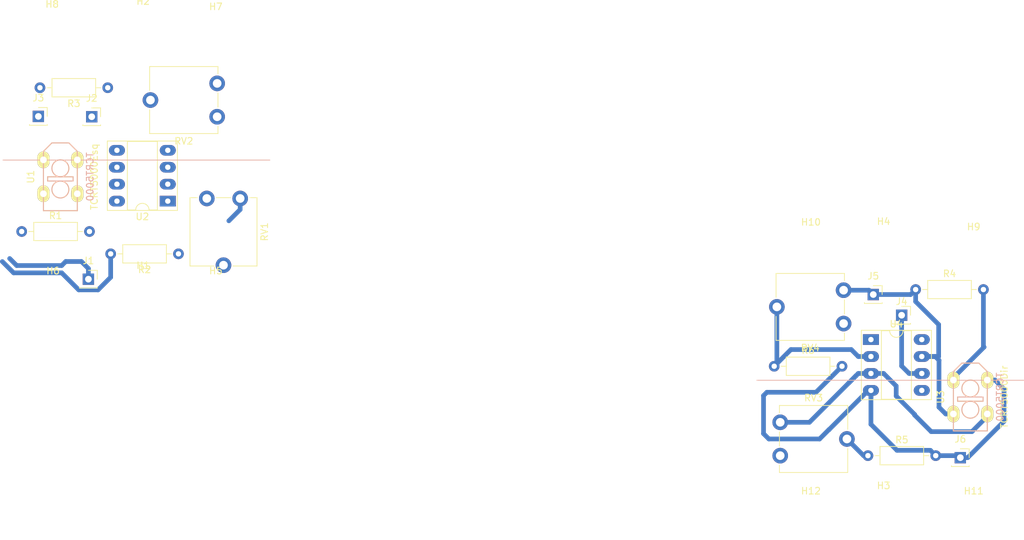
<source format=kicad_pcb>
(kicad_pcb (version 20171130) (host pcbnew "(5.1.2)-2")

  (general
    (thickness 1.6)
    (drawings 2)
    (tracks 87)
    (zones 0)
    (modules 32)
    (nets 25)
  )

  (page A4)
  (layers
    (0 F.Cu signal hide)
    (31 B.Cu signal)
    (32 B.Adhes user)
    (33 F.Adhes user)
    (34 B.Paste user)
    (35 F.Paste user)
    (36 B.SilkS user)
    (37 F.SilkS user)
    (38 B.Mask user)
    (39 F.Mask user)
    (40 Dwgs.User user)
    (41 Cmts.User user)
    (42 Eco1.User user)
    (43 Eco2.User user)
    (44 Edge.Cuts user)
    (45 Margin user)
    (46 B.CrtYd user)
    (47 F.CrtYd user)
    (48 B.Fab user)
    (49 F.Fab user)
  )

  (setup
    (last_trace_width 0.7)
    (trace_clearance 0.4)
    (zone_clearance 0.508)
    (zone_45_only no)
    (trace_min 0.2)
    (via_size 0.8)
    (via_drill 0.4)
    (via_min_size 0.4)
    (via_min_drill 0.3)
    (uvia_size 0.3)
    (uvia_drill 0.1)
    (uvias_allowed no)
    (uvia_min_size 0.2)
    (uvia_min_drill 0.1)
    (edge_width 0.05)
    (segment_width 0.2)
    (pcb_text_width 0.3)
    (pcb_text_size 1.5 1.5)
    (mod_edge_width 0.12)
    (mod_text_size 1 1)
    (mod_text_width 0.15)
    (pad_size 1.524 1.524)
    (pad_drill 0.762)
    (pad_to_mask_clearance 0.051)
    (solder_mask_min_width 0.25)
    (aux_axis_origin 0 0)
    (visible_elements 7FFFFFFF)
    (pcbplotparams
      (layerselection 0x010fc_ffffffff)
      (usegerberextensions false)
      (usegerberattributes false)
      (usegerberadvancedattributes false)
      (creategerberjobfile false)
      (excludeedgelayer true)
      (linewidth 0.100000)
      (plotframeref false)
      (viasonmask false)
      (mode 1)
      (useauxorigin false)
      (hpglpennumber 1)
      (hpglpenspeed 20)
      (hpglpendiameter 15.000000)
      (psnegative false)
      (psa4output false)
      (plotreference true)
      (plotvalue true)
      (plotinvisibletext false)
      (padsonsilk false)
      (subtractmaskfromsilk false)
      (outputformat 1)
      (mirror false)
      (drillshape 1)
      (scaleselection 1)
      (outputdirectory ""))
  )

  (net 0 "")
  (net 1 SinalEncoderEsq)
  (net 2 SinalEncoderDIr)
  (net 3 "Net-(R1-Pad2)")
  (net 4 "Net-(R2-Pad1)")
  (net 5 "Net-(R3-Pad1)")
  (net 6 "Net-(R4-Pad2)")
  (net 7 "Net-(R5-Pad1)")
  (net 8 "Net-(R6-Pad1)")
  (net 9 "Net-(RV1-Pad1)")
  (net 10 "Net-(RV1-Pad3)")
  (net 11 "Net-(RV2-Pad3)")
  (net 12 "Net-(RV3-Pad1)")
  (net 13 "Net-(RV3-Pad3)")
  (net 14 "Net-(RV4-Pad3)")
  (net 15 "Net-(U2-Pad1)")
  (net 16 "Net-(U2-Pad5)")
  (net 17 "Net-(U2-Pad8)")
  (net 18 "Net-(U4-Pad8)")
  (net 19 "Net-(U4-Pad5)")
  (net 20 "Net-(U4-Pad1)")
  (net 21 VccEsq)
  (net 22 GNDEsq)
  (net 23 VccDir)
  (net 24 GNDDir)

  (net_class Default "This is the default net class."
    (clearance 0.4)
    (trace_width 0.7)
    (via_dia 0.8)
    (via_drill 0.4)
    (uvia_dia 0.3)
    (uvia_drill 0.1)
    (add_net GNDDir)
    (add_net GNDEsq)
    (add_net "Net-(R1-Pad2)")
    (add_net "Net-(R2-Pad1)")
    (add_net "Net-(R3-Pad1)")
    (add_net "Net-(R4-Pad2)")
    (add_net "Net-(R5-Pad1)")
    (add_net "Net-(R6-Pad1)")
    (add_net "Net-(RV1-Pad1)")
    (add_net "Net-(RV1-Pad3)")
    (add_net "Net-(RV2-Pad3)")
    (add_net "Net-(RV3-Pad1)")
    (add_net "Net-(RV3-Pad3)")
    (add_net "Net-(RV4-Pad3)")
    (add_net "Net-(U2-Pad1)")
    (add_net "Net-(U2-Pad5)")
    (add_net "Net-(U2-Pad8)")
    (add_net "Net-(U4-Pad1)")
    (add_net "Net-(U4-Pad5)")
    (add_net "Net-(U4-Pad8)")
    (add_net SinalEncoderDIr)
    (add_net SinalEncoderEsq)
    (add_net VccDir)
    (add_net VccEsq)
  )

  (module Potentiometer_THT:Potentiometer_ACP_CA9-V10_Vertical (layer F.Cu) (tedit 5A3D4994) (tstamp 5D41C8E1)
    (at 121.1 80.5 180)
    (descr "Potentiometer, vertical, ACP CA9-V10, http://www.acptechnologies.com/wp-content/uploads/2017/05/02-ACP-CA9-CE9.pdf")
    (tags "Potentiometer vertical ACP CA9-V10")
    (path /5D400987)
    (fp_text reference RV2 (at 5 -8.65) (layer F.SilkS)
      (effects (font (size 1 1) (thickness 0.15)))
    )
    (fp_text value R10KPOT_TRIMEsq (at 5 3.65) (layer F.Fab)
      (effects (font (size 1 1) (thickness 0.15)))
    )
    (fp_circle (center 5 -2.5) (end 6.05 -2.5) (layer F.Fab) (width 0.1))
    (fp_line (start 0 -7.4) (end 0 2.4) (layer F.Fab) (width 0.1))
    (fp_line (start 0 2.4) (end 10 2.4) (layer F.Fab) (width 0.1))
    (fp_line (start 10 2.4) (end 10 -7.4) (layer F.Fab) (width 0.1))
    (fp_line (start 10 -7.4) (end 0 -7.4) (layer F.Fab) (width 0.1))
    (fp_line (start -0.12 -7.521) (end 10.12 -7.521) (layer F.SilkS) (width 0.12))
    (fp_line (start -0.12 2.52) (end 10.12 2.52) (layer F.SilkS) (width 0.12))
    (fp_line (start -0.12 -7.521) (end -0.12 -6.426) (layer F.SilkS) (width 0.12))
    (fp_line (start -0.12 -3.574) (end -0.12 -1.425) (layer F.SilkS) (width 0.12))
    (fp_line (start -0.12 1.425) (end -0.12 2.52) (layer F.SilkS) (width 0.12))
    (fp_line (start 10.12 -7.521) (end 10.12 -3.925) (layer F.SilkS) (width 0.12))
    (fp_line (start 10.12 -1.075) (end 10.12 2.52) (layer F.SilkS) (width 0.12))
    (fp_line (start -1.45 -7.65) (end -1.45 2.7) (layer F.CrtYd) (width 0.05))
    (fp_line (start -1.45 2.7) (end 11.45 2.7) (layer F.CrtYd) (width 0.05))
    (fp_line (start 11.45 2.7) (end 11.45 -7.65) (layer F.CrtYd) (width 0.05))
    (fp_line (start 11.45 -7.65) (end -1.45 -7.65) (layer F.CrtYd) (width 0.05))
    (fp_text user %R (at 1 -2.5 90) (layer F.Fab)
      (effects (font (size 1 1) (thickness 0.15)))
    )
    (pad 3 thru_hole circle (at 0 -5 180) (size 2.34 2.34) (drill 1.3) (layers *.Cu *.Mask)
      (net 11 "Net-(RV2-Pad3)"))
    (pad 2 thru_hole circle (at 10 -2.5 180) (size 2.34 2.34) (drill 1.3) (layers *.Cu *.Mask)
      (net 5 "Net-(R3-Pad1)"))
    (pad 1 thru_hole circle (at 0 0 180) (size 2.34 2.34) (drill 1.3) (layers *.Cu *.Mask)
      (net 21 VccEsq))
    (model ${KISYS3DMOD}/Potentiometer_THT.3dshapes/Potentiometer_ACP_CA9-V10_Vertical.wrl
      (at (xyz 0 0 0))
      (scale (xyz 1 1 1))
      (rotate (xyz 0 0 0))
    )
  )

  (module Potentiometer_THT:Potentiometer_ACP_CA9-V10_Vertical (layer F.Cu) (tedit 5A3D4994) (tstamp 5D41B2CE)
    (at 215 111.5 180)
    (descr "Potentiometer, vertical, ACP CA9-V10, http://www.acptechnologies.com/wp-content/uploads/2017/05/02-ACP-CA9-CE9.pdf")
    (tags "Potentiometer vertical ACP CA9-V10")
    (path /5D434C2F)
    (fp_text reference RV4 (at 5 -8.65) (layer F.SilkS)
      (effects (font (size 1 1) (thickness 0.15)))
    )
    (fp_text value R10KPOT_TRIM (at 5 3.65) (layer F.Fab)
      (effects (font (size 1 1) (thickness 0.15)))
    )
    (fp_circle (center 5 -2.5) (end 6.05 -2.5) (layer F.Fab) (width 0.1))
    (fp_line (start 0 -7.4) (end 0 2.4) (layer F.Fab) (width 0.1))
    (fp_line (start 0 2.4) (end 10 2.4) (layer F.Fab) (width 0.1))
    (fp_line (start 10 2.4) (end 10 -7.4) (layer F.Fab) (width 0.1))
    (fp_line (start 10 -7.4) (end 0 -7.4) (layer F.Fab) (width 0.1))
    (fp_line (start -0.12 -7.521) (end 10.12 -7.521) (layer F.SilkS) (width 0.12))
    (fp_line (start -0.12 2.52) (end 10.12 2.52) (layer F.SilkS) (width 0.12))
    (fp_line (start -0.12 -7.521) (end -0.12 -6.426) (layer F.SilkS) (width 0.12))
    (fp_line (start -0.12 -3.574) (end -0.12 -1.425) (layer F.SilkS) (width 0.12))
    (fp_line (start -0.12 1.425) (end -0.12 2.52) (layer F.SilkS) (width 0.12))
    (fp_line (start 10.12 -7.521) (end 10.12 -3.925) (layer F.SilkS) (width 0.12))
    (fp_line (start 10.12 -1.075) (end 10.12 2.52) (layer F.SilkS) (width 0.12))
    (fp_line (start -1.45 -7.65) (end -1.45 2.7) (layer F.CrtYd) (width 0.05))
    (fp_line (start -1.45 2.7) (end 11.45 2.7) (layer F.CrtYd) (width 0.05))
    (fp_line (start 11.45 2.7) (end 11.45 -7.65) (layer F.CrtYd) (width 0.05))
    (fp_line (start 11.45 -7.65) (end -1.45 -7.65) (layer F.CrtYd) (width 0.05))
    (fp_text user %R (at 1 -2.5 90) (layer F.Fab)
      (effects (font (size 1 1) (thickness 0.15)))
    )
    (pad 3 thru_hole circle (at 0 -5 180) (size 2.34 2.34) (drill 1.3) (layers *.Cu *.Mask)
      (net 14 "Net-(RV4-Pad3)"))
    (pad 2 thru_hole circle (at 10 -2.5 180) (size 2.34 2.34) (drill 1.3) (layers *.Cu *.Mask)
      (net 8 "Net-(R6-Pad1)"))
    (pad 1 thru_hole circle (at 0 0 180) (size 2.34 2.34) (drill 1.3) (layers *.Cu *.Mask)
      (net 23 VccDir))
    (model ${KISYS3DMOD}/Potentiometer_THT.3dshapes/Potentiometer_ACP_CA9-V10_Vertical.wrl
      (at (xyz 0 0 0))
      (scale (xyz 1 1 1))
      (rotate (xyz 0 0 0))
    )
  )

  (module Package_DIP:DIP-8_W7.62mm_Socket_LongPads (layer F.Cu) (tedit 5A02E8C5) (tstamp 5D41C713)
    (at 113.7 98.15 180)
    (descr "8-lead though-hole mounted DIP package, row spacing 7.62 mm (300 mils), Socket, LongPads")
    (tags "THT DIP DIL PDIP 2.54mm 7.62mm 300mil Socket LongPads")
    (path /5D406FDF)
    (fp_text reference U2 (at 3.81 -2.33) (layer F.SilkS)
      (effects (font (size 1 1) (thickness 0.15)))
    )
    (fp_text value LM741Esq (at 2.8 9.95) (layer F.Fab)
      (effects (font (size 1 1) (thickness 0.15)))
    )
    (fp_arc (start 3.81 -1.33) (end 2.81 -1.33) (angle -180) (layer F.SilkS) (width 0.12))
    (fp_line (start 1.635 -1.27) (end 6.985 -1.27) (layer F.Fab) (width 0.1))
    (fp_line (start 6.985 -1.27) (end 6.985 8.89) (layer F.Fab) (width 0.1))
    (fp_line (start 6.985 8.89) (end 0.635 8.89) (layer F.Fab) (width 0.1))
    (fp_line (start 0.635 8.89) (end 0.635 -0.27) (layer F.Fab) (width 0.1))
    (fp_line (start 0.635 -0.27) (end 1.635 -1.27) (layer F.Fab) (width 0.1))
    (fp_line (start -1.27 -1.33) (end -1.27 8.95) (layer F.Fab) (width 0.1))
    (fp_line (start -1.27 8.95) (end 8.89 8.95) (layer F.Fab) (width 0.1))
    (fp_line (start 8.89 8.95) (end 8.89 -1.33) (layer F.Fab) (width 0.1))
    (fp_line (start 8.89 -1.33) (end -1.27 -1.33) (layer F.Fab) (width 0.1))
    (fp_line (start 2.81 -1.33) (end 1.56 -1.33) (layer F.SilkS) (width 0.12))
    (fp_line (start 1.56 -1.33) (end 1.56 8.95) (layer F.SilkS) (width 0.12))
    (fp_line (start 1.56 8.95) (end 6.06 8.95) (layer F.SilkS) (width 0.12))
    (fp_line (start 6.06 8.95) (end 6.06 -1.33) (layer F.SilkS) (width 0.12))
    (fp_line (start 6.06 -1.33) (end 4.81 -1.33) (layer F.SilkS) (width 0.12))
    (fp_line (start -1.44 -1.39) (end -1.44 9.01) (layer F.SilkS) (width 0.12))
    (fp_line (start -1.44 9.01) (end 9.06 9.01) (layer F.SilkS) (width 0.12))
    (fp_line (start 9.06 9.01) (end 9.06 -1.39) (layer F.SilkS) (width 0.12))
    (fp_line (start 9.06 -1.39) (end -1.44 -1.39) (layer F.SilkS) (width 0.12))
    (fp_line (start -1.55 -1.6) (end -1.55 9.2) (layer F.CrtYd) (width 0.05))
    (fp_line (start -1.55 9.2) (end 9.15 9.2) (layer F.CrtYd) (width 0.05))
    (fp_line (start 9.15 9.2) (end 9.15 -1.6) (layer F.CrtYd) (width 0.05))
    (fp_line (start 9.15 -1.6) (end -1.55 -1.6) (layer F.CrtYd) (width 0.05))
    (fp_text user %R (at 3.81 3.81) (layer F.Fab)
      (effects (font (size 1 1) (thickness 0.15)))
    )
    (pad 1 thru_hole rect (at 0 0 180) (size 2.4 1.6) (drill 0.8) (layers *.Cu *.Mask)
      (net 15 "Net-(U2-Pad1)"))
    (pad 5 thru_hole oval (at 7.62 7.62 180) (size 2.4 1.6) (drill 0.8) (layers *.Cu *.Mask)
      (net 16 "Net-(U2-Pad5)"))
    (pad 2 thru_hole oval (at 0 2.54 180) (size 2.4 1.6) (drill 0.8) (layers *.Cu *.Mask)
      (net 5 "Net-(R3-Pad1)"))
    (pad 6 thru_hole oval (at 7.62 5.08 180) (size 2.4 1.6) (drill 0.8) (layers *.Cu *.Mask)
      (net 1 SinalEncoderEsq))
    (pad 3 thru_hole oval (at 0 5.08 180) (size 2.4 1.6) (drill 0.8) (layers *.Cu *.Mask)
      (net 10 "Net-(RV1-Pad3)"))
    (pad 7 thru_hole oval (at 7.62 2.54 180) (size 2.4 1.6) (drill 0.8) (layers *.Cu *.Mask)
      (net 21 VccEsq))
    (pad 4 thru_hole oval (at 0 7.62 180) (size 2.4 1.6) (drill 0.8) (layers *.Cu *.Mask)
      (net 22 GNDEsq))
    (pad 8 thru_hole oval (at 7.62 0 180) (size 2.4 1.6) (drill 0.8) (layers *.Cu *.Mask)
      (net 17 "Net-(U2-Pad8)"))
    (model ${KISYS3DMOD}/Package_DIP.3dshapes/DIP-8_W7.62mm_Socket.wrl
      (at (xyz 0 0 0))
      (scale (xyz 1 1 1))
      (rotate (xyz 0 0 0))
    )
  )

  (module Connector_PinSocket_2.54mm:PinSocket_1x01_P2.54mm_Vertical (layer F.Cu) (tedit 5A19A434) (tstamp 5D41C7E7)
    (at 101.8 109.85)
    (descr "Through hole straight socket strip, 1x01, 2.54mm pitch, single row (from Kicad 4.0.7), script generated")
    (tags "Through hole socket strip THT 1x01 2.54mm single row")
    (path /5D4040C9)
    (fp_text reference J1 (at 0 -2.77) (layer F.SilkS)
      (effects (font (size 1 1) (thickness 0.15)))
    )
    (fp_text value Conn_01x01_Female (at 0 2.77) (layer F.Fab)
      (effects (font (size 1 1) (thickness 0.15)))
    )
    (fp_text user %R (at 0.2 -0.3) (layer F.Fab)
      (effects (font (size 1 1) (thickness 0.15)))
    )
    (fp_line (start -1.8 1.75) (end -1.8 -1.8) (layer F.CrtYd) (width 0.05))
    (fp_line (start 1.75 1.75) (end -1.8 1.75) (layer F.CrtYd) (width 0.05))
    (fp_line (start 1.75 -1.8) (end 1.75 1.75) (layer F.CrtYd) (width 0.05))
    (fp_line (start -1.8 -1.8) (end 1.75 -1.8) (layer F.CrtYd) (width 0.05))
    (fp_line (start 0 -1.33) (end 1.33 -1.33) (layer F.SilkS) (width 0.12))
    (fp_line (start 1.33 -1.33) (end 1.33 0) (layer F.SilkS) (width 0.12))
    (fp_line (start 1.33 1.21) (end 1.33 1.33) (layer F.SilkS) (width 0.12))
    (fp_line (start -1.33 1.21) (end -1.33 1.33) (layer F.SilkS) (width 0.12))
    (fp_line (start -1.33 1.33) (end 1.33 1.33) (layer F.SilkS) (width 0.12))
    (fp_line (start -1.27 1.27) (end -1.27 -1.27) (layer F.Fab) (width 0.1))
    (fp_line (start 1.27 1.27) (end -1.27 1.27) (layer F.Fab) (width 0.1))
    (fp_line (start 1.27 -0.635) (end 1.27 1.27) (layer F.Fab) (width 0.1))
    (fp_line (start 0.635 -1.27) (end 1.27 -0.635) (layer F.Fab) (width 0.1))
    (fp_line (start -1.27 -1.27) (end 0.635 -1.27) (layer F.Fab) (width 0.1))
    (pad 1 thru_hole rect (at 0 0) (size 1.7 1.7) (drill 1) (layers *.Cu *.Mask)
      (net 1 SinalEncoderEsq))
    (model ${KISYS3DMOD}/Connector_PinSocket_2.54mm.3dshapes/PinSocket_1x01_P2.54mm_Vertical.wrl
      (at (xyz 0 0 0))
      (scale (xyz 1 1 1))
      (rotate (xyz 0 0 0))
    )
  )

  (module Connector_PinSocket_2.54mm:PinSocket_1x01_P2.54mm_Vertical (layer F.Cu) (tedit 5A19A434) (tstamp 5D41C820)
    (at 102.3 85.5)
    (descr "Through hole straight socket strip, 1x01, 2.54mm pitch, single row (from Kicad 4.0.7), script generated")
    (tags "Through hole socket strip THT 1x01 2.54mm single row")
    (path /5D403B8C)
    (fp_text reference J2 (at 0 -2.77) (layer F.SilkS)
      (effects (font (size 1 1) (thickness 0.15)))
    )
    (fp_text value Conn_01x01_Female (at 0 2.77) (layer F.Fab)
      (effects (font (size 1 1) (thickness 0.15)))
    )
    (fp_text user %R (at 0 0) (layer F.Fab)
      (effects (font (size 1 1) (thickness 0.15)))
    )
    (fp_line (start -1.8 1.75) (end -1.8 -1.8) (layer F.CrtYd) (width 0.05))
    (fp_line (start 1.75 1.75) (end -1.8 1.75) (layer F.CrtYd) (width 0.05))
    (fp_line (start 1.75 -1.8) (end 1.75 1.75) (layer F.CrtYd) (width 0.05))
    (fp_line (start -1.8 -1.8) (end 1.75 -1.8) (layer F.CrtYd) (width 0.05))
    (fp_line (start 0 -1.33) (end 1.33 -1.33) (layer F.SilkS) (width 0.12))
    (fp_line (start 1.33 -1.33) (end 1.33 0) (layer F.SilkS) (width 0.12))
    (fp_line (start 1.33 1.21) (end 1.33 1.33) (layer F.SilkS) (width 0.12))
    (fp_line (start -1.33 1.21) (end -1.33 1.33) (layer F.SilkS) (width 0.12))
    (fp_line (start -1.33 1.33) (end 1.33 1.33) (layer F.SilkS) (width 0.12))
    (fp_line (start -1.27 1.27) (end -1.27 -1.27) (layer F.Fab) (width 0.1))
    (fp_line (start 1.27 1.27) (end -1.27 1.27) (layer F.Fab) (width 0.1))
    (fp_line (start 1.27 -0.635) (end 1.27 1.27) (layer F.Fab) (width 0.1))
    (fp_line (start 0.635 -1.27) (end 1.27 -0.635) (layer F.Fab) (width 0.1))
    (fp_line (start -1.27 -1.27) (end 0.635 -1.27) (layer F.Fab) (width 0.1))
    (pad 1 thru_hole rect (at 0 0) (size 1.7 1.7) (drill 1) (layers *.Cu *.Mask)
      (net 21 VccEsq))
    (model ${KISYS3DMOD}/Connector_PinSocket_2.54mm.3dshapes/PinSocket_1x01_P2.54mm_Vertical.wrl
      (at (xyz 0 0 0))
      (scale (xyz 1 1 1))
      (rotate (xyz 0 0 0))
    )
  )

  (module Connector_PinSocket_2.54mm:PinSocket_1x01_P2.54mm_Vertical (layer F.Cu) (tedit 5A19A434) (tstamp 5D41C7AE)
    (at 94.3 85.45)
    (descr "Through hole straight socket strip, 1x01, 2.54mm pitch, single row (from Kicad 4.0.7), script generated")
    (tags "Through hole socket strip THT 1x01 2.54mm single row")
    (path /5D4042C4)
    (fp_text reference J3 (at 0 -2.77) (layer F.SilkS)
      (effects (font (size 1 1) (thickness 0.15)))
    )
    (fp_text value Conn_01x01_Female (at 0 2.77) (layer F.Fab)
      (effects (font (size 1 1) (thickness 0.15)))
    )
    (fp_line (start -1.27 -1.27) (end 0.635 -1.27) (layer F.Fab) (width 0.1))
    (fp_line (start 0.635 -1.27) (end 1.27 -0.635) (layer F.Fab) (width 0.1))
    (fp_line (start 1.27 -0.635) (end 1.27 1.27) (layer F.Fab) (width 0.1))
    (fp_line (start 1.27 1.27) (end -1.27 1.27) (layer F.Fab) (width 0.1))
    (fp_line (start -1.27 1.27) (end -1.27 -1.27) (layer F.Fab) (width 0.1))
    (fp_line (start -1.33 1.33) (end 1.33 1.33) (layer F.SilkS) (width 0.12))
    (fp_line (start -1.33 1.21) (end -1.33 1.33) (layer F.SilkS) (width 0.12))
    (fp_line (start 1.33 1.21) (end 1.33 1.33) (layer F.SilkS) (width 0.12))
    (fp_line (start 1.33 -1.33) (end 1.33 0) (layer F.SilkS) (width 0.12))
    (fp_line (start 0 -1.33) (end 1.33 -1.33) (layer F.SilkS) (width 0.12))
    (fp_line (start -1.8 -1.8) (end 1.75 -1.8) (layer F.CrtYd) (width 0.05))
    (fp_line (start 1.75 -1.8) (end 1.75 1.75) (layer F.CrtYd) (width 0.05))
    (fp_line (start 1.75 1.75) (end -1.8 1.75) (layer F.CrtYd) (width 0.05))
    (fp_line (start -1.8 1.75) (end -1.8 -1.8) (layer F.CrtYd) (width 0.05))
    (fp_text user %R (at 0.3 -0.2) (layer F.Fab)
      (effects (font (size 1 1) (thickness 0.15)))
    )
    (pad 1 thru_hole rect (at 0 0) (size 1.7 1.7) (drill 1) (layers *.Cu *.Mask)
      (net 22 GNDEsq))
    (model ${KISYS3DMOD}/Connector_PinSocket_2.54mm.3dshapes/PinSocket_1x01_P2.54mm_Vertical.wrl
      (at (xyz 0 0 0))
      (scale (xyz 1 1 1))
      (rotate (xyz 0 0 0))
    )
  )

  (module Connector_PinSocket_2.54mm:PinSocket_1x01_P2.54mm_Vertical (layer F.Cu) (tedit 5A19A434) (tstamp 5D41B4D1)
    (at 223.7 115.25)
    (descr "Through hole straight socket strip, 1x01, 2.54mm pitch, single row (from Kicad 4.0.7), script generated")
    (tags "Through hole socket strip THT 1x01 2.54mm single row")
    (path /5D434C61)
    (fp_text reference J4 (at 0 -2.05) (layer F.SilkS)
      (effects (font (size 1 1) (thickness 0.15)))
    )
    (fp_text value Conn_01x01_Female (at 0 2.77) (layer F.Fab)
      (effects (font (size 1 1) (thickness 0.15)))
    )
    (fp_text user %R (at 0 -0.25) (layer F.Fab)
      (effects (font (size 1 1) (thickness 0.15)))
    )
    (fp_line (start -1.8 1.75) (end -1.8 -1.8) (layer F.CrtYd) (width 0.05))
    (fp_line (start 1.75 1.75) (end -1.8 1.75) (layer F.CrtYd) (width 0.05))
    (fp_line (start 1.75 -1.8) (end 1.75 1.75) (layer F.CrtYd) (width 0.05))
    (fp_line (start -1.8 -1.8) (end 1.75 -1.8) (layer F.CrtYd) (width 0.05))
    (fp_line (start 0 -1.33) (end 1.33 -1.33) (layer F.SilkS) (width 0.12))
    (fp_line (start 1.33 -1.33) (end 1.33 0) (layer F.SilkS) (width 0.12))
    (fp_line (start 1.33 1.21) (end 1.33 1.33) (layer F.SilkS) (width 0.12))
    (fp_line (start -1.33 1.21) (end -1.33 1.33) (layer F.SilkS) (width 0.12))
    (fp_line (start -1.33 1.33) (end 1.33 1.33) (layer F.SilkS) (width 0.12))
    (fp_line (start -1.27 1.27) (end -1.27 -1.27) (layer F.Fab) (width 0.1))
    (fp_line (start 1.27 1.27) (end -1.27 1.27) (layer F.Fab) (width 0.1))
    (fp_line (start 1.27 -0.635) (end 1.27 1.27) (layer F.Fab) (width 0.1))
    (fp_line (start 0.635 -1.27) (end 1.27 -0.635) (layer F.Fab) (width 0.1))
    (fp_line (start -1.27 -1.27) (end 0.635 -1.27) (layer F.Fab) (width 0.1))
    (pad 1 thru_hole rect (at 0 0) (size 1.7 1.7) (drill 1) (layers *.Cu *.Mask)
      (net 2 SinalEncoderDIr))
    (model ${KISYS3DMOD}/Connector_PinSocket_2.54mm.3dshapes/PinSocket_1x01_P2.54mm_Vertical.wrl
      (at (xyz 0 0 0))
      (scale (xyz 1 1 1))
      (rotate (xyz 0 0 0))
    )
  )

  (module Resistor_THT:R_Axial_DIN0207_L6.3mm_D2.5mm_P10.16mm_Horizontal (layer F.Cu) (tedit 5AE5139B) (tstamp 5D41C76F)
    (at 91.8 102.7)
    (descr "Resistor, Axial_DIN0207 series, Axial, Horizontal, pin pitch=10.16mm, 0.25W = 1/4W, length*diameter=6.3*2.5mm^2, http://cdn-reichelt.de/documents/datenblatt/B400/1_4W%23YAG.pdf")
    (tags "Resistor Axial_DIN0207 series Axial Horizontal pin pitch 10.16mm 0.25W = 1/4W length 6.3mm diameter 2.5mm")
    (path /5D402880)
    (fp_text reference R1 (at 5.08 -2.37) (layer F.SilkS)
      (effects (font (size 1 1) (thickness 0.15)))
    )
    (fp_text value R220ledIREsq (at 5.08 2.37) (layer F.Fab)
      (effects (font (size 1 1) (thickness 0.15)))
    )
    (fp_text user %R (at 5 0) (layer F.Fab)
      (effects (font (size 1 1) (thickness 0.15)))
    )
    (fp_line (start 11.21 -1.5) (end -1.05 -1.5) (layer F.CrtYd) (width 0.05))
    (fp_line (start 11.21 1.5) (end 11.21 -1.5) (layer F.CrtYd) (width 0.05))
    (fp_line (start -1.05 1.5) (end 11.21 1.5) (layer F.CrtYd) (width 0.05))
    (fp_line (start -1.05 -1.5) (end -1.05 1.5) (layer F.CrtYd) (width 0.05))
    (fp_line (start 9.12 0) (end 8.35 0) (layer F.SilkS) (width 0.12))
    (fp_line (start 1.04 0) (end 1.81 0) (layer F.SilkS) (width 0.12))
    (fp_line (start 8.35 -1.37) (end 1.81 -1.37) (layer F.SilkS) (width 0.12))
    (fp_line (start 8.35 1.37) (end 8.35 -1.37) (layer F.SilkS) (width 0.12))
    (fp_line (start 1.81 1.37) (end 8.35 1.37) (layer F.SilkS) (width 0.12))
    (fp_line (start 1.81 -1.37) (end 1.81 1.37) (layer F.SilkS) (width 0.12))
    (fp_line (start 10.16 0) (end 8.23 0) (layer F.Fab) (width 0.1))
    (fp_line (start 0 0) (end 1.93 0) (layer F.Fab) (width 0.1))
    (fp_line (start 8.23 -1.25) (end 1.93 -1.25) (layer F.Fab) (width 0.1))
    (fp_line (start 8.23 1.25) (end 8.23 -1.25) (layer F.Fab) (width 0.1))
    (fp_line (start 1.93 1.25) (end 8.23 1.25) (layer F.Fab) (width 0.1))
    (fp_line (start 1.93 -1.25) (end 1.93 1.25) (layer F.Fab) (width 0.1))
    (pad 2 thru_hole oval (at 10.16 0) (size 1.6 1.6) (drill 0.8) (layers *.Cu *.Mask)
      (net 3 "Net-(R1-Pad2)"))
    (pad 1 thru_hole circle (at 0 0) (size 1.6 1.6) (drill 0.8) (layers *.Cu *.Mask)
      (net 21 VccEsq))
    (model ${KISYS3DMOD}/Resistor_THT.3dshapes/R_Axial_DIN0207_L6.3mm_D2.5mm_P10.16mm_Horizontal.wrl
      (at (xyz 0 0 0))
      (scale (xyz 1 1 1))
      (rotate (xyz 0 0 0))
    )
  )

  (module Resistor_THT:R_Axial_DIN0207_L6.3mm_D2.5mm_P10.16mm_Horizontal (layer F.Cu) (tedit 5AE5139B) (tstamp 5D41CA94)
    (at 115.3 106.05 180)
    (descr "Resistor, Axial_DIN0207 series, Axial, Horizontal, pin pitch=10.16mm, 0.25W = 1/4W, length*diameter=6.3*2.5mm^2, http://cdn-reichelt.de/documents/datenblatt/B400/1_4W%23YAG.pdf")
    (tags "Resistor Axial_DIN0207 series Axial Horizontal pin pitch 10.16mm 0.25W = 1/4W length 6.3mm diameter 2.5mm")
    (path /5D410C75)
    (fp_text reference R2 (at 5.08 -2.37) (layer F.SilkS)
      (effects (font (size 1 1) (thickness 0.15)))
    )
    (fp_text value R1KEsq (at 5.08 2.37) (layer F.Fab)
      (effects (font (size 1 1) (thickness 0.15)))
    )
    (fp_text user %R (at 4.5 0) (layer F.Fab)
      (effects (font (size 1 1) (thickness 0.15)))
    )
    (fp_line (start 11.21 -1.5) (end -1.05 -1.5) (layer F.CrtYd) (width 0.05))
    (fp_line (start 11.21 1.5) (end 11.21 -1.5) (layer F.CrtYd) (width 0.05))
    (fp_line (start -1.05 1.5) (end 11.21 1.5) (layer F.CrtYd) (width 0.05))
    (fp_line (start -1.05 -1.5) (end -1.05 1.5) (layer F.CrtYd) (width 0.05))
    (fp_line (start 9.12 0) (end 8.35 0) (layer F.SilkS) (width 0.12))
    (fp_line (start 1.04 0) (end 1.81 0) (layer F.SilkS) (width 0.12))
    (fp_line (start 8.35 -1.37) (end 1.81 -1.37) (layer F.SilkS) (width 0.12))
    (fp_line (start 8.35 1.37) (end 8.35 -1.37) (layer F.SilkS) (width 0.12))
    (fp_line (start 1.81 1.37) (end 8.35 1.37) (layer F.SilkS) (width 0.12))
    (fp_line (start 1.81 -1.37) (end 1.81 1.37) (layer F.SilkS) (width 0.12))
    (fp_line (start 10.16 0) (end 8.23 0) (layer F.Fab) (width 0.1))
    (fp_line (start 0 0) (end 1.93 0) (layer F.Fab) (width 0.1))
    (fp_line (start 8.23 -1.25) (end 1.93 -1.25) (layer F.Fab) (width 0.1))
    (fp_line (start 8.23 1.25) (end 8.23 -1.25) (layer F.Fab) (width 0.1))
    (fp_line (start 1.93 1.25) (end 8.23 1.25) (layer F.Fab) (width 0.1))
    (fp_line (start 1.93 -1.25) (end 1.93 1.25) (layer F.Fab) (width 0.1))
    (pad 2 thru_hole oval (at 10.16 0 180) (size 1.6 1.6) (drill 0.8) (layers *.Cu *.Mask)
      (net 22 GNDEsq))
    (pad 1 thru_hole circle (at 0 0 180) (size 1.6 1.6) (drill 0.8) (layers *.Cu *.Mask)
      (net 4 "Net-(R2-Pad1)"))
    (model ${KISYS3DMOD}/Resistor_THT.3dshapes/R_Axial_DIN0207_L6.3mm_D2.5mm_P10.16mm_Horizontal.wrl
      (at (xyz 0 0 0))
      (scale (xyz 1 1 1))
      (rotate (xyz 0 0 0))
    )
  )

  (module Resistor_THT:R_Axial_DIN0207_L6.3mm_D2.5mm_P10.16mm_Horizontal (layer F.Cu) (tedit 5AE5139B) (tstamp 5D41C85C)
    (at 104.7 81.15 180)
    (descr "Resistor, Axial_DIN0207 series, Axial, Horizontal, pin pitch=10.16mm, 0.25W = 1/4W, length*diameter=6.3*2.5mm^2, http://cdn-reichelt.de/documents/datenblatt/B400/1_4W%23YAG.pdf")
    (tags "Resistor Axial_DIN0207 series Axial Horizontal pin pitch 10.16mm 0.25W = 1/4W length 6.3mm diameter 2.5mm")
    (path /5D4030B7)
    (fp_text reference R3 (at 5.08 -2.37) (layer F.SilkS)
      (effects (font (size 1 1) (thickness 0.15)))
    )
    (fp_text value R10kEsq (at 5.08 2.37) (layer F.Fab)
      (effects (font (size 1 1) (thickness 0.15)))
    )
    (fp_line (start 1.93 -1.25) (end 1.93 1.25) (layer F.Fab) (width 0.1))
    (fp_line (start 1.93 1.25) (end 8.23 1.25) (layer F.Fab) (width 0.1))
    (fp_line (start 8.23 1.25) (end 8.23 -1.25) (layer F.Fab) (width 0.1))
    (fp_line (start 8.23 -1.25) (end 1.93 -1.25) (layer F.Fab) (width 0.1))
    (fp_line (start 0 0) (end 1.93 0) (layer F.Fab) (width 0.1))
    (fp_line (start 10.16 0) (end 8.23 0) (layer F.Fab) (width 0.1))
    (fp_line (start 1.81 -1.37) (end 1.81 1.37) (layer F.SilkS) (width 0.12))
    (fp_line (start 1.81 1.37) (end 8.35 1.37) (layer F.SilkS) (width 0.12))
    (fp_line (start 8.35 1.37) (end 8.35 -1.37) (layer F.SilkS) (width 0.12))
    (fp_line (start 8.35 -1.37) (end 1.81 -1.37) (layer F.SilkS) (width 0.12))
    (fp_line (start 1.04 0) (end 1.81 0) (layer F.SilkS) (width 0.12))
    (fp_line (start 9.12 0) (end 8.35 0) (layer F.SilkS) (width 0.12))
    (fp_line (start -1.05 -1.5) (end -1.05 1.5) (layer F.CrtYd) (width 0.05))
    (fp_line (start -1.05 1.5) (end 11.21 1.5) (layer F.CrtYd) (width 0.05))
    (fp_line (start 11.21 1.5) (end 11.21 -1.5) (layer F.CrtYd) (width 0.05))
    (fp_line (start 11.21 -1.5) (end -1.05 -1.5) (layer F.CrtYd) (width 0.05))
    (fp_text user %R (at 5 0) (layer F.Fab)
      (effects (font (size 1 1) (thickness 0.15)))
    )
    (pad 1 thru_hole circle (at 0 0 180) (size 1.6 1.6) (drill 0.8) (layers *.Cu *.Mask)
      (net 5 "Net-(R3-Pad1)"))
    (pad 2 thru_hole oval (at 10.16 0 180) (size 1.6 1.6) (drill 0.8) (layers *.Cu *.Mask)
      (net 22 GNDEsq))
    (model ${KISYS3DMOD}/Resistor_THT.3dshapes/R_Axial_DIN0207_L6.3mm_D2.5mm_P10.16mm_Horizontal.wrl
      (at (xyz 0 0 0))
      (scale (xyz 1 1 1))
      (rotate (xyz 0 0 0))
    )
  )

  (module Resistor_THT:R_Axial_DIN0207_L6.3mm_D2.5mm_P10.16mm_Horizontal (layer F.Cu) (tedit 5AE5139B) (tstamp 5D41B50D)
    (at 225.8 111.4)
    (descr "Resistor, Axial_DIN0207 series, Axial, Horizontal, pin pitch=10.16mm, 0.25W = 1/4W, length*diameter=6.3*2.5mm^2, http://cdn-reichelt.de/documents/datenblatt/B400/1_4W%23YAG.pdf")
    (tags "Resistor Axial_DIN0207 series Axial Horizontal pin pitch 10.16mm 0.25W = 1/4W length 6.3mm diameter 2.5mm")
    (path /5D434C43)
    (fp_text reference R4 (at 5.08 -2.37) (layer F.SilkS)
      (effects (font (size 1 1) (thickness 0.15)))
    )
    (fp_text value R220ledIRDir (at 5.08 2.37) (layer F.Fab)
      (effects (font (size 1 1) (thickness 0.15)))
    )
    (fp_line (start 1.93 -1.25) (end 1.93 1.25) (layer F.Fab) (width 0.1))
    (fp_line (start 1.93 1.25) (end 8.23 1.25) (layer F.Fab) (width 0.1))
    (fp_line (start 8.23 1.25) (end 8.23 -1.25) (layer F.Fab) (width 0.1))
    (fp_line (start 8.23 -1.25) (end 1.93 -1.25) (layer F.Fab) (width 0.1))
    (fp_line (start 0 0) (end 1.93 0) (layer F.Fab) (width 0.1))
    (fp_line (start 10.16 0) (end 8.23 0) (layer F.Fab) (width 0.1))
    (fp_line (start 1.81 -1.37) (end 1.81 1.37) (layer F.SilkS) (width 0.12))
    (fp_line (start 1.81 1.37) (end 8.35 1.37) (layer F.SilkS) (width 0.12))
    (fp_line (start 8.35 1.37) (end 8.35 -1.37) (layer F.SilkS) (width 0.12))
    (fp_line (start 8.35 -1.37) (end 1.81 -1.37) (layer F.SilkS) (width 0.12))
    (fp_line (start 1.04 0) (end 1.81 0) (layer F.SilkS) (width 0.12))
    (fp_line (start 9.12 0) (end 8.35 0) (layer F.SilkS) (width 0.12))
    (fp_line (start -1.05 -1.5) (end -1.05 1.5) (layer F.CrtYd) (width 0.05))
    (fp_line (start -1.05 1.5) (end 11.21 1.5) (layer F.CrtYd) (width 0.05))
    (fp_line (start 11.21 1.5) (end 11.21 -1.5) (layer F.CrtYd) (width 0.05))
    (fp_line (start 11.21 -1.5) (end -1.05 -1.5) (layer F.CrtYd) (width 0.05))
    (fp_text user %R (at 5.08 0) (layer F.Fab)
      (effects (font (size 1 1) (thickness 0.15)))
    )
    (pad 1 thru_hole circle (at 0 0) (size 1.6 1.6) (drill 0.8) (layers *.Cu *.Mask)
      (net 23 VccDir))
    (pad 2 thru_hole oval (at 10.16 0) (size 1.6 1.6) (drill 0.8) (layers *.Cu *.Mask)
      (net 6 "Net-(R4-Pad2)"))
    (model ${KISYS3DMOD}/Resistor_THT.3dshapes/R_Axial_DIN0207_L6.3mm_D2.5mm_P10.16mm_Horizontal.wrl
      (at (xyz 0 0 0))
      (scale (xyz 1 1 1))
      (rotate (xyz 0 0 0))
    )
  )

  (module Resistor_THT:R_Axial_DIN0207_L6.3mm_D2.5mm_P10.16mm_Horizontal (layer F.Cu) (tedit 5AE5139B) (tstamp 5D41B492)
    (at 218.65 136.3)
    (descr "Resistor, Axial_DIN0207 series, Axial, Horizontal, pin pitch=10.16mm, 0.25W = 1/4W, length*diameter=6.3*2.5mm^2, http://cdn-reichelt.de/documents/datenblatt/B400/1_4W%23YAG.pdf")
    (tags "Resistor Axial_DIN0207 series Axial Horizontal pin pitch 10.16mm 0.25W = 1/4W length 6.3mm diameter 2.5mm")
    (path /5D434CB2)
    (fp_text reference R5 (at 5.08 -2.37) (layer F.SilkS)
      (effects (font (size 1 1) (thickness 0.15)))
    )
    (fp_text value R1KDir (at 5.08 2.37) (layer F.Fab)
      (effects (font (size 1 1) (thickness 0.15)))
    )
    (fp_line (start 1.93 -1.25) (end 1.93 1.25) (layer F.Fab) (width 0.1))
    (fp_line (start 1.93 1.25) (end 8.23 1.25) (layer F.Fab) (width 0.1))
    (fp_line (start 8.23 1.25) (end 8.23 -1.25) (layer F.Fab) (width 0.1))
    (fp_line (start 8.23 -1.25) (end 1.93 -1.25) (layer F.Fab) (width 0.1))
    (fp_line (start 0 0) (end 1.93 0) (layer F.Fab) (width 0.1))
    (fp_line (start 10.16 0) (end 8.23 0) (layer F.Fab) (width 0.1))
    (fp_line (start 1.81 -1.37) (end 1.81 1.37) (layer F.SilkS) (width 0.12))
    (fp_line (start 1.81 1.37) (end 8.35 1.37) (layer F.SilkS) (width 0.12))
    (fp_line (start 8.35 1.37) (end 8.35 -1.37) (layer F.SilkS) (width 0.12))
    (fp_line (start 8.35 -1.37) (end 1.81 -1.37) (layer F.SilkS) (width 0.12))
    (fp_line (start 1.04 0) (end 1.81 0) (layer F.SilkS) (width 0.12))
    (fp_line (start 9.12 0) (end 8.35 0) (layer F.SilkS) (width 0.12))
    (fp_line (start -1.05 -1.5) (end -1.05 1.5) (layer F.CrtYd) (width 0.05))
    (fp_line (start -1.05 1.5) (end 11.21 1.5) (layer F.CrtYd) (width 0.05))
    (fp_line (start 11.21 1.5) (end 11.21 -1.5) (layer F.CrtYd) (width 0.05))
    (fp_line (start 11.21 -1.5) (end -1.05 -1.5) (layer F.CrtYd) (width 0.05))
    (fp_text user %R (at 5.08 0) (layer F.Fab)
      (effects (font (size 1 1) (thickness 0.15)))
    )
    (pad 1 thru_hole circle (at 0 0) (size 1.6 1.6) (drill 0.8) (layers *.Cu *.Mask)
      (net 7 "Net-(R5-Pad1)"))
    (pad 2 thru_hole oval (at 10.16 0) (size 1.6 1.6) (drill 0.8) (layers *.Cu *.Mask)
      (net 24 GNDDir))
    (model ${KISYS3DMOD}/Resistor_THT.3dshapes/R_Axial_DIN0207_L6.3mm_D2.5mm_P10.16mm_Horizontal.wrl
      (at (xyz 0 0 0))
      (scale (xyz 1 1 1))
      (rotate (xyz 0 0 0))
    )
  )

  (module Resistor_THT:R_Axial_DIN0207_L6.3mm_D2.5mm_P10.16mm_Horizontal (layer F.Cu) (tedit 5AE5139B) (tstamp 5D41B54F)
    (at 204.6 122.9)
    (descr "Resistor, Axial_DIN0207 series, Axial, Horizontal, pin pitch=10.16mm, 0.25W = 1/4W, length*diameter=6.3*2.5mm^2, http://cdn-reichelt.de/documents/datenblatt/B400/1_4W%23YAG.pdf")
    (tags "Resistor Axial_DIN0207 series Axial Horizontal pin pitch 10.16mm 0.25W = 1/4W length 6.3mm diameter 2.5mm")
    (path /5D434C4D)
    (fp_text reference R6 (at 5.08 -2.37) (layer F.SilkS)
      (effects (font (size 1 1) (thickness 0.15)))
    )
    (fp_text value R10k (at 5.08 2.37) (layer F.Fab)
      (effects (font (size 1 1) (thickness 0.15)))
    )
    (fp_text user %R (at 5.08 0) (layer F.Fab)
      (effects (font (size 1 1) (thickness 0.15)))
    )
    (fp_line (start 11.21 -1.5) (end -1.05 -1.5) (layer F.CrtYd) (width 0.05))
    (fp_line (start 11.21 1.5) (end 11.21 -1.5) (layer F.CrtYd) (width 0.05))
    (fp_line (start -1.05 1.5) (end 11.21 1.5) (layer F.CrtYd) (width 0.05))
    (fp_line (start -1.05 -1.5) (end -1.05 1.5) (layer F.CrtYd) (width 0.05))
    (fp_line (start 9.12 0) (end 8.35 0) (layer F.SilkS) (width 0.12))
    (fp_line (start 1.04 0) (end 1.81 0) (layer F.SilkS) (width 0.12))
    (fp_line (start 8.35 -1.37) (end 1.81 -1.37) (layer F.SilkS) (width 0.12))
    (fp_line (start 8.35 1.37) (end 8.35 -1.37) (layer F.SilkS) (width 0.12))
    (fp_line (start 1.81 1.37) (end 8.35 1.37) (layer F.SilkS) (width 0.12))
    (fp_line (start 1.81 -1.37) (end 1.81 1.37) (layer F.SilkS) (width 0.12))
    (fp_line (start 10.16 0) (end 8.23 0) (layer F.Fab) (width 0.1))
    (fp_line (start 0 0) (end 1.93 0) (layer F.Fab) (width 0.1))
    (fp_line (start 8.23 -1.25) (end 1.93 -1.25) (layer F.Fab) (width 0.1))
    (fp_line (start 8.23 1.25) (end 8.23 -1.25) (layer F.Fab) (width 0.1))
    (fp_line (start 1.93 1.25) (end 8.23 1.25) (layer F.Fab) (width 0.1))
    (fp_line (start 1.93 -1.25) (end 1.93 1.25) (layer F.Fab) (width 0.1))
    (pad 2 thru_hole oval (at 10.16 0) (size 1.6 1.6) (drill 0.8) (layers *.Cu *.Mask)
      (net 24 GNDDir))
    (pad 1 thru_hole circle (at 0 0) (size 1.6 1.6) (drill 0.8) (layers *.Cu *.Mask)
      (net 8 "Net-(R6-Pad1)"))
    (model ${KISYS3DMOD}/Resistor_THT.3dshapes/R_Axial_DIN0207_L6.3mm_D2.5mm_P10.16mm_Horizontal.wrl
      (at (xyz 0 0 0))
      (scale (xyz 1 1 1))
      (rotate (xyz 0 0 0))
    )
  )

  (module Potentiometer_THT:Potentiometer_ACP_CA9-V10_Vertical (layer F.Cu) (tedit 5A3D4994) (tstamp 5D3F6E1A)
    (at 119.55 97.75 270)
    (descr "Potentiometer, vertical, ACP CA9-V10, http://www.acptechnologies.com/wp-content/uploads/2017/05/02-ACP-CA9-CE9.pdf")
    (tags "Potentiometer vertical ACP CA9-V10")
    (path /5D4015A7)
    (fp_text reference RV1 (at 5 -8.65 90) (layer F.SilkS)
      (effects (font (size 1 1) (thickness 0.15)))
    )
    (fp_text value R10KPOT_TRIMEsq (at 4.25 3.75 90) (layer F.Fab)
      (effects (font (size 1 1) (thickness 0.15)))
    )
    (fp_text user %R (at 1 -2.5) (layer F.Fab)
      (effects (font (size 1 1) (thickness 0.15)))
    )
    (fp_line (start 11.45 -7.65) (end -1.45 -7.65) (layer F.CrtYd) (width 0.05))
    (fp_line (start 11.45 2.7) (end 11.45 -7.65) (layer F.CrtYd) (width 0.05))
    (fp_line (start -1.45 2.7) (end 11.45 2.7) (layer F.CrtYd) (width 0.05))
    (fp_line (start -1.45 -7.65) (end -1.45 2.7) (layer F.CrtYd) (width 0.05))
    (fp_line (start 10.12 -1.075) (end 10.12 2.52) (layer F.SilkS) (width 0.12))
    (fp_line (start 10.12 -7.521) (end 10.12 -3.925) (layer F.SilkS) (width 0.12))
    (fp_line (start -0.12 1.425) (end -0.12 2.52) (layer F.SilkS) (width 0.12))
    (fp_line (start -0.12 -3.574) (end -0.12 -1.425) (layer F.SilkS) (width 0.12))
    (fp_line (start -0.12 -7.521) (end -0.12 -6.426) (layer F.SilkS) (width 0.12))
    (fp_line (start -0.12 2.52) (end 10.12 2.52) (layer F.SilkS) (width 0.12))
    (fp_line (start -0.12 -7.521) (end 10.12 -7.521) (layer F.SilkS) (width 0.12))
    (fp_line (start 10 -7.4) (end 0 -7.4) (layer F.Fab) (width 0.1))
    (fp_line (start 10 2.4) (end 10 -7.4) (layer F.Fab) (width 0.1))
    (fp_line (start 0 2.4) (end 10 2.4) (layer F.Fab) (width 0.1))
    (fp_line (start 0 -7.4) (end 0 2.4) (layer F.Fab) (width 0.1))
    (fp_circle (center 5 -2.5) (end 6.05 -2.5) (layer F.Fab) (width 0.1))
    (pad 1 thru_hole circle (at 0 0 270) (size 2.34 2.34) (drill 1.3) (layers *.Cu *.Mask)
      (net 9 "Net-(RV1-Pad1)"))
    (pad 2 thru_hole circle (at 10 -2.5 270) (size 2.34 2.34) (drill 1.3) (layers *.Cu *.Mask)
      (net 4 "Net-(R2-Pad1)"))
    (pad 3 thru_hole circle (at 0 -5 270) (size 2.34 2.34) (drill 1.3) (layers *.Cu *.Mask)
      (net 10 "Net-(RV1-Pad3)"))
    (model ${KISYS3DMOD}/Potentiometer_THT.3dshapes/Potentiometer_ACP_CA9-V10_Vertical.wrl
      (at (xyz 0 0 0))
      (scale (xyz 1 1 1))
      (rotate (xyz 0 0 0))
    )
  )

  (module Potentiometer_THT:Potentiometer_ACP_CA9-V10_Vertical (layer F.Cu) (tedit 5A3D4994) (tstamp 5D41B373)
    (at 205.5 136.3)
    (descr "Potentiometer, vertical, ACP CA9-V10, http://www.acptechnologies.com/wp-content/uploads/2017/05/02-ACP-CA9-CE9.pdf")
    (tags "Potentiometer vertical ACP CA9-V10")
    (path /5D434C39)
    (fp_text reference RV3 (at 5 -8.65) (layer F.SilkS)
      (effects (font (size 1 1) (thickness 0.15)))
    )
    (fp_text value R10KPOT_TRIMDir (at 5 3.65) (layer F.Fab)
      (effects (font (size 1 1) (thickness 0.15)))
    )
    (fp_text user %R (at 1 -2.5 90) (layer F.Fab)
      (effects (font (size 1 1) (thickness 0.15)))
    )
    (fp_line (start 11.45 -7.65) (end -1.45 -7.65) (layer F.CrtYd) (width 0.05))
    (fp_line (start 11.45 2.7) (end 11.45 -7.65) (layer F.CrtYd) (width 0.05))
    (fp_line (start -1.45 2.7) (end 11.45 2.7) (layer F.CrtYd) (width 0.05))
    (fp_line (start -1.45 -7.65) (end -1.45 2.7) (layer F.CrtYd) (width 0.05))
    (fp_line (start 10.12 -1.075) (end 10.12 2.52) (layer F.SilkS) (width 0.12))
    (fp_line (start 10.12 -7.521) (end 10.12 -3.925) (layer F.SilkS) (width 0.12))
    (fp_line (start -0.12 1.425) (end -0.12 2.52) (layer F.SilkS) (width 0.12))
    (fp_line (start -0.12 -3.574) (end -0.12 -1.425) (layer F.SilkS) (width 0.12))
    (fp_line (start -0.12 -7.521) (end -0.12 -6.426) (layer F.SilkS) (width 0.12))
    (fp_line (start -0.12 2.52) (end 10.12 2.52) (layer F.SilkS) (width 0.12))
    (fp_line (start -0.12 -7.521) (end 10.12 -7.521) (layer F.SilkS) (width 0.12))
    (fp_line (start 10 -7.4) (end 0 -7.4) (layer F.Fab) (width 0.1))
    (fp_line (start 10 2.4) (end 10 -7.4) (layer F.Fab) (width 0.1))
    (fp_line (start 0 2.4) (end 10 2.4) (layer F.Fab) (width 0.1))
    (fp_line (start 0 -7.4) (end 0 2.4) (layer F.Fab) (width 0.1))
    (fp_circle (center 5 -2.5) (end 6.05 -2.5) (layer F.Fab) (width 0.1))
    (pad 1 thru_hole circle (at 0 0) (size 2.34 2.34) (drill 1.3) (layers *.Cu *.Mask)
      (net 12 "Net-(RV3-Pad1)"))
    (pad 2 thru_hole circle (at 10 -2.5) (size 2.34 2.34) (drill 1.3) (layers *.Cu *.Mask)
      (net 7 "Net-(R5-Pad1)"))
    (pad 3 thru_hole circle (at 0 -5) (size 2.34 2.34) (drill 1.3) (layers *.Cu *.Mask)
      (net 13 "Net-(RV3-Pad3)"))
    (model ${KISYS3DMOD}/Potentiometer_THT.3dshapes/Potentiometer_ACP_CA9-V10_Vertical.wrl
      (at (xyz 0 0 0))
      (scale (xyz 1 1 1))
      (rotate (xyz 0 0 0))
    )
  )

  (module Sensores_e_componentes_SL:TCRT5000Extendido (layer F.Cu) (tedit 5D0AF998) (tstamp 5D41C6B0)
    (at 97.6 94.5 90)
    (path /5D3FFB2A)
    (fp_text reference U1 (at 0 -4.445 90) (layer F.SilkS)
      (effects (font (size 1 1) (thickness 0.15)))
    )
    (fp_text value TCRT5000Esq (at 0 5.08 90) (layer F.SilkS)
      (effects (font (size 1 1) (thickness 0.15)))
    )
    (fp_line (start 3.81 2.54) (end -5.08 2.54) (layer F.SilkS) (width 0.15))
    (fp_line (start 5.08 1.27) (end 3.81 2.54) (layer F.SilkS) (width 0.15))
    (fp_line (start 5.08 -1.27) (end 5.08 1.27) (layer F.SilkS) (width 0.15))
    (fp_line (start 3.81 -2.54) (end 5.08 -1.27) (layer F.SilkS) (width 0.15))
    (fp_line (start -5.08 -2.54) (end 3.81 -2.54) (layer F.SilkS) (width 0.15))
    (fp_line (start -5.08 2.54) (end -5.08 -2.54) (layer F.SilkS) (width 0.15))
    (fp_line (start 5.08 1.27) (end 3.81 2.54) (layer B.SilkS) (width 0.15))
    (fp_circle (center -1.905 0) (end -3.175 0) (layer B.SilkS) (width 0.15))
    (fp_circle (center 1.27 0) (end 0 0) (layer B.SilkS) (width 0.15))
    (fp_text user TCRT5000 (at 0 4.445 90) (layer B.SilkS)
      (effects (font (size 1 1) (thickness 0.15)) (justify mirror))
    )
    (fp_line (start -0.635 1.905) (end -0.635 -1.905) (layer B.SilkS) (width 0.15))
    (fp_line (start 0 1.905) (end -0.635 1.905) (layer B.SilkS) (width 0.15))
    (fp_line (start 0 -1.905) (end 0 1.905) (layer B.SilkS) (width 0.15))
    (fp_line (start -0.635 -1.905) (end 0 -1.905) (layer B.SilkS) (width 0.15))
    (fp_line (start -5.08 2.54) (end -5.08 -2.54) (layer B.SilkS) (width 0.15))
    (fp_line (start 3.81 2.54) (end -5.08 2.54) (layer B.SilkS) (width 0.15))
    (fp_line (start 5.08 -1.27) (end 5.08 1.27) (layer B.SilkS) (width 0.15))
    (fp_line (start 3.81 -2.54) (end 5.08 -1.27) (layer B.SilkS) (width 0.15))
    (fp_line (start -5.08 -2.54) (end 3.81 -2.54) (layer B.SilkS) (width 0.15))
    (fp_circle (center 1.27 0) (end 0 0) (layer F.SilkS) (width 0.15))
    (fp_circle (center -1.905 0) (end -0.635 0) (layer F.SilkS) (width 0.15))
    (fp_line (start -0.635 1.905) (end -0.635 -1.905) (layer F.SilkS) (width 0.15))
    (fp_line (start 0 1.905) (end -0.635 1.905) (layer F.SilkS) (width 0.15))
    (fp_line (start 0 -1.905) (end 0 1.905) (layer F.SilkS) (width 0.15))
    (fp_line (start -0.635 -1.905) (end 0 -1.905) (layer F.SilkS) (width 0.15))
    (pad 4 thru_hole oval (at -2.54 2.54 90) (size 2.5 1.8) (drill 1) (layers *.Cu *.Mask F.SilkS)
      (net 10 "Net-(RV1-Pad3)"))
    (pad 3 thru_hole oval (at -2.54 -2.54 90) (size 2.5 1.8) (drill 1) (layers *.Cu *.Mask F.SilkS)
      (net 21 VccEsq))
    (pad 2 thru_hole oval (at 2.54 2.54 90) (size 2.5 1.8) (drill 1) (layers *.Cu *.Mask F.SilkS)
      (net 22 GNDEsq))
    (pad 1 thru_hole oval (at 2.54 -2.54 90) (size 2.5 1.8) (drill 1) (layers *.Cu *.Mask F.SilkS)
      (net 3 "Net-(R1-Pad2)"))
    (model ${KIPRJMOD}/libraries/Sensores_e_componentes_SL.pretty/TCRT5000Extendido.stp
      (offset (xyz -5.08 -2.9 2.5))
      (scale (xyz 1 1 1))
      (rotate (xyz 0 0 0))
    )
  )

  (module Sensores_e_componentes_SL:TCRT5000Extendido (layer F.Cu) (tedit 5D0AF998) (tstamp 5D41B6DA)
    (at 234 127.508 90)
    (path /5D434C77)
    (fp_text reference U3 (at 0 -4.445 90) (layer F.SilkS)
      (effects (font (size 1 1) (thickness 0.15)))
    )
    (fp_text value TCRT5000Dir (at 0 5.08 90) (layer F.SilkS)
      (effects (font (size 1 1) (thickness 0.15)))
    )
    (fp_line (start -0.635 -1.905) (end 0 -1.905) (layer F.SilkS) (width 0.15))
    (fp_line (start 0 -1.905) (end 0 1.905) (layer F.SilkS) (width 0.15))
    (fp_line (start 0 1.905) (end -0.635 1.905) (layer F.SilkS) (width 0.15))
    (fp_line (start -0.635 1.905) (end -0.635 -1.905) (layer F.SilkS) (width 0.15))
    (fp_circle (center -1.905 0) (end -0.635 0) (layer F.SilkS) (width 0.15))
    (fp_circle (center 1.27 0) (end 0 0) (layer F.SilkS) (width 0.15))
    (fp_line (start -5.08 -2.54) (end 3.81 -2.54) (layer B.SilkS) (width 0.15))
    (fp_line (start 3.81 -2.54) (end 5.08 -1.27) (layer B.SilkS) (width 0.15))
    (fp_line (start 5.08 -1.27) (end 5.08 1.27) (layer B.SilkS) (width 0.15))
    (fp_line (start 3.81 2.54) (end -5.08 2.54) (layer B.SilkS) (width 0.15))
    (fp_line (start -5.08 2.54) (end -5.08 -2.54) (layer B.SilkS) (width 0.15))
    (fp_line (start -0.635 -1.905) (end 0 -1.905) (layer B.SilkS) (width 0.15))
    (fp_line (start 0 -1.905) (end 0 1.905) (layer B.SilkS) (width 0.15))
    (fp_line (start 0 1.905) (end -0.635 1.905) (layer B.SilkS) (width 0.15))
    (fp_line (start -0.635 1.905) (end -0.635 -1.905) (layer B.SilkS) (width 0.15))
    (fp_text user TCRT5000 (at 0 4.445 90) (layer B.SilkS)
      (effects (font (size 1 1) (thickness 0.15)) (justify mirror))
    )
    (fp_circle (center 1.27 0) (end 0 0) (layer B.SilkS) (width 0.15))
    (fp_circle (center -1.905 0) (end -3.175 0) (layer B.SilkS) (width 0.15))
    (fp_line (start 5.08 1.27) (end 3.81 2.54) (layer B.SilkS) (width 0.15))
    (fp_line (start -5.08 2.54) (end -5.08 -2.54) (layer F.SilkS) (width 0.15))
    (fp_line (start -5.08 -2.54) (end 3.81 -2.54) (layer F.SilkS) (width 0.15))
    (fp_line (start 3.81 -2.54) (end 5.08 -1.27) (layer F.SilkS) (width 0.15))
    (fp_line (start 5.08 -1.27) (end 5.08 1.27) (layer F.SilkS) (width 0.15))
    (fp_line (start 5.08 1.27) (end 3.81 2.54) (layer F.SilkS) (width 0.15))
    (fp_line (start 3.81 2.54) (end -5.08 2.54) (layer F.SilkS) (width 0.15))
    (pad 1 thru_hole oval (at 2.54 -2.54 90) (size 2.5 1.8) (drill 1) (layers *.Cu *.Mask F.SilkS)
      (net 6 "Net-(R4-Pad2)"))
    (pad 2 thru_hole oval (at 2.54 2.54 90) (size 2.5 1.8) (drill 1) (layers *.Cu *.Mask F.SilkS)
      (net 24 GNDDir))
    (pad 3 thru_hole oval (at -2.54 -2.54 90) (size 2.5 1.8) (drill 1) (layers *.Cu *.Mask F.SilkS)
      (net 23 VccDir))
    (pad 4 thru_hole oval (at -2.54 2.54 90) (size 2.5 1.8) (drill 1) (layers *.Cu *.Mask F.SilkS)
      (net 13 "Net-(RV3-Pad3)"))
    (model ${KIPRJMOD}/libraries/Sensores_e_componentes_SL.pretty/TCRT5000Extendido.stp
      (offset (xyz -5.08 -2.9 2.5))
      (scale (xyz 1 1 1))
      (rotate (xyz 0 0 0))
    )
  )

  (module Package_DIP:DIP-8_W7.62mm_Socket_LongPads (layer F.Cu) (tedit 5A02E8C5) (tstamp 5D41B3C4)
    (at 219.1 118.9)
    (descr "8-lead though-hole mounted DIP package, row spacing 7.62 mm (300 mils), Socket, LongPads")
    (tags "THT DIP DIL PDIP 2.54mm 7.62mm 300mil Socket LongPads")
    (path /5D434C8B)
    (fp_text reference U4 (at 3.81 -2.33) (layer F.SilkS)
      (effects (font (size 1 1) (thickness 0.15)))
    )
    (fp_text value LM741 (at 3.81 9.95) (layer F.Fab)
      (effects (font (size 1 1) (thickness 0.15)))
    )
    (fp_text user %R (at 3.81 3.81) (layer F.Fab)
      (effects (font (size 1 1) (thickness 0.15)))
    )
    (fp_line (start 9.15 -1.6) (end -1.55 -1.6) (layer F.CrtYd) (width 0.05))
    (fp_line (start 9.15 9.2) (end 9.15 -1.6) (layer F.CrtYd) (width 0.05))
    (fp_line (start -1.55 9.2) (end 9.15 9.2) (layer F.CrtYd) (width 0.05))
    (fp_line (start -1.55 -1.6) (end -1.55 9.2) (layer F.CrtYd) (width 0.05))
    (fp_line (start 9.06 -1.39) (end -1.44 -1.39) (layer F.SilkS) (width 0.12))
    (fp_line (start 9.06 9.01) (end 9.06 -1.39) (layer F.SilkS) (width 0.12))
    (fp_line (start -1.44 9.01) (end 9.06 9.01) (layer F.SilkS) (width 0.12))
    (fp_line (start -1.44 -1.39) (end -1.44 9.01) (layer F.SilkS) (width 0.12))
    (fp_line (start 6.06 -1.33) (end 4.81 -1.33) (layer F.SilkS) (width 0.12))
    (fp_line (start 6.06 8.95) (end 6.06 -1.33) (layer F.SilkS) (width 0.12))
    (fp_line (start 1.56 8.95) (end 6.06 8.95) (layer F.SilkS) (width 0.12))
    (fp_line (start 1.56 -1.33) (end 1.56 8.95) (layer F.SilkS) (width 0.12))
    (fp_line (start 2.81 -1.33) (end 1.56 -1.33) (layer F.SilkS) (width 0.12))
    (fp_line (start 8.89 -1.33) (end -1.27 -1.33) (layer F.Fab) (width 0.1))
    (fp_line (start 8.89 8.95) (end 8.89 -1.33) (layer F.Fab) (width 0.1))
    (fp_line (start -1.27 8.95) (end 8.89 8.95) (layer F.Fab) (width 0.1))
    (fp_line (start -1.27 -1.33) (end -1.27 8.95) (layer F.Fab) (width 0.1))
    (fp_line (start 0.635 -0.27) (end 1.635 -1.27) (layer F.Fab) (width 0.1))
    (fp_line (start 0.635 8.89) (end 0.635 -0.27) (layer F.Fab) (width 0.1))
    (fp_line (start 6.985 8.89) (end 0.635 8.89) (layer F.Fab) (width 0.1))
    (fp_line (start 6.985 -1.27) (end 6.985 8.89) (layer F.Fab) (width 0.1))
    (fp_line (start 1.635 -1.27) (end 6.985 -1.27) (layer F.Fab) (width 0.1))
    (fp_arc (start 3.81 -1.33) (end 2.81 -1.33) (angle -180) (layer F.SilkS) (width 0.12))
    (pad 8 thru_hole oval (at 7.62 0) (size 2.4 1.6) (drill 0.8) (layers *.Cu *.Mask)
      (net 18 "Net-(U4-Pad8)"))
    (pad 4 thru_hole oval (at 0 7.62) (size 2.4 1.6) (drill 0.8) (layers *.Cu *.Mask)
      (net 24 GNDDir))
    (pad 7 thru_hole oval (at 7.62 2.54) (size 2.4 1.6) (drill 0.8) (layers *.Cu *.Mask)
      (net 23 VccDir))
    (pad 3 thru_hole oval (at 0 5.08) (size 2.4 1.6) (drill 0.8) (layers *.Cu *.Mask)
      (net 13 "Net-(RV3-Pad3)"))
    (pad 6 thru_hole oval (at 7.62 5.08) (size 2.4 1.6) (drill 0.8) (layers *.Cu *.Mask)
      (net 2 SinalEncoderDIr))
    (pad 2 thru_hole oval (at 0 2.54) (size 2.4 1.6) (drill 0.8) (layers *.Cu *.Mask)
      (net 8 "Net-(R6-Pad1)"))
    (pad 5 thru_hole oval (at 7.62 7.62) (size 2.4 1.6) (drill 0.8) (layers *.Cu *.Mask)
      (net 19 "Net-(U4-Pad5)"))
    (pad 1 thru_hole rect (at 0 0) (size 2.4 1.6) (drill 0.8) (layers *.Cu *.Mask)
      (net 20 "Net-(U4-Pad1)"))
    (model ${KISYS3DMOD}/Package_DIP.3dshapes/DIP-8_W7.62mm_Socket.wrl
      (at (xyz 0 0 0))
      (scale (xyz 1 1 1))
      (rotate (xyz 0 0 0))
    )
  )

  (module MountingHole:MountingHole_3mm (layer F.Cu) (tedit 56D1B4CB) (tstamp 5D40B5F4)
    (at 110 111.8)
    (descr "Mounting Hole 3mm, no annular")
    (tags "mounting hole 3mm no annular")
    (path /5D406AF8)
    (attr virtual)
    (fp_text reference H1 (at 0 -4) (layer F.SilkS)
      (effects (font (size 1 1) (thickness 0.15)))
    )
    (fp_text value Furo1Esq (at 0 4) (layer F.Fab)
      (effects (font (size 1 1) (thickness 0.15)))
    )
    (fp_text user %R (at 0.3 0) (layer F.Fab)
      (effects (font (size 1 1) (thickness 0.15)))
    )
    (fp_circle (center 0 0) (end 3 0) (layer Cmts.User) (width 0.15))
    (fp_circle (center 0 0) (end 3.25 0) (layer F.CrtYd) (width 0.05))
    (pad 1 np_thru_hole circle (at 0 0) (size 3 3) (drill 3) (layers *.Cu *.Mask))
  )

  (module MountingHole:MountingHole_3mm (layer F.Cu) (tedit 56D1B4CB) (tstamp 5D40B6A4)
    (at 110 72.2)
    (descr "Mounting Hole 3mm, no annular")
    (tags "mounting hole 3mm no annular")
    (path /5D4070A4)
    (attr virtual)
    (fp_text reference H2 (at 0 -4) (layer F.SilkS)
      (effects (font (size 1 1) (thickness 0.15)))
    )
    (fp_text value Furo2Esq (at 0 4) (layer F.Fab)
      (effects (font (size 1 1) (thickness 0.15)))
    )
    (fp_circle (center 0 0) (end 3.25 0) (layer F.CrtYd) (width 0.05))
    (fp_circle (center 0 0) (end 3 0) (layer Cmts.User) (width 0.15))
    (fp_text user %R (at 0.3 0) (layer F.Fab)
      (effects (font (size 1 1) (thickness 0.15)))
    )
    (pad 1 np_thru_hole circle (at 0 0) (size 3 3) (drill 3) (layers *.Cu *.Mask))
  )

  (module MountingHole:MountingHole_3mm (layer F.Cu) (tedit 56D1B4CB) (tstamp 5D40B604)
    (at 221 144.8)
    (descr "Mounting Hole 3mm, no annular")
    (tags "mounting hole 3mm no annular")
    (path /5D407741)
    (attr virtual)
    (fp_text reference H3 (at 0 -4) (layer F.SilkS)
      (effects (font (size 1 1) (thickness 0.15)))
    )
    (fp_text value Furo1Dir (at 0 4) (layer F.Fab)
      (effects (font (size 1 1) (thickness 0.15)))
    )
    (fp_text user %R (at 0.3 0) (layer F.Fab)
      (effects (font (size 1 1) (thickness 0.15)))
    )
    (fp_circle (center 0 0) (end 3 0) (layer Cmts.User) (width 0.15))
    (fp_circle (center 0 0) (end 3.25 0) (layer F.CrtYd) (width 0.05))
    (pad 1 np_thru_hole circle (at 0 0) (size 3 3) (drill 3) (layers *.Cu *.Mask))
  )

  (module MountingHole:MountingHole_3mm (layer F.Cu) (tedit 56D1B4CB) (tstamp 5D40B60C)
    (at 221 105.2)
    (descr "Mounting Hole 3mm, no annular")
    (tags "mounting hole 3mm no annular")
    (path /5D40774B)
    (attr virtual)
    (fp_text reference H4 (at 0 -4) (layer F.SilkS)
      (effects (font (size 1 1) (thickness 0.15)))
    )
    (fp_text value Furo2Dir (at 0 4) (layer F.Fab)
      (effects (font (size 1 1) (thickness 0.15)))
    )
    (fp_circle (center 0 0) (end 3.25 0) (layer F.CrtYd) (width 0.05))
    (fp_circle (center 0 0) (end 3 0) (layer Cmts.User) (width 0.15))
    (fp_text user %R (at 0.3 0) (layer F.Fab)
      (effects (font (size 1 1) (thickness 0.15)))
    )
    (pad 1 np_thru_hole circle (at 0 0) (size 3 3) (drill 3) (layers *.Cu *.Mask))
  )

  (module MountingHole:MountingHole_2mm (layer F.Cu) (tedit 5B924920) (tstamp 5D41D144)
    (at 120.9 111.8)
    (descr "Mounting Hole 2mm, no annular")
    (tags "mounting hole 2mm no annular")
    (path /5D40CB8F)
    (attr virtual)
    (fp_text reference H5 (at 0 -3.2) (layer F.SilkS)
      (effects (font (size 1 1) (thickness 0.15)))
    )
    (fp_text value Furo3Esq (at 0 3.1) (layer F.Fab)
      (effects (font (size 1 1) (thickness 0.15)))
    )
    (fp_circle (center 0 0) (end 2.25 0) (layer F.CrtYd) (width 0.05))
    (fp_circle (center 0 0) (end 2 0) (layer Cmts.User) (width 0.15))
    (fp_text user %R (at 0.3 0) (layer F.Fab)
      (effects (font (size 1 1) (thickness 0.15)))
    )
    (pad "" np_thru_hole circle (at 0 0) (size 2 2) (drill 2) (layers *.Cu *.Mask))
  )

  (module MountingHole:MountingHole_2mm (layer F.Cu) (tedit 5B924920) (tstamp 5D41D1D0)
    (at 96.5 111.8)
    (descr "Mounting Hole 2mm, no annular")
    (tags "mounting hole 2mm no annular")
    (path /5D40CB95)
    (attr virtual)
    (fp_text reference H6 (at 0 -3.2) (layer F.SilkS)
      (effects (font (size 1 1) (thickness 0.15)))
    )
    (fp_text value Furo4Esq (at 0 3.1) (layer F.Fab)
      (effects (font (size 1 1) (thickness 0.15)))
    )
    (fp_text user %R (at 0.3 0) (layer F.Fab)
      (effects (font (size 1 1) (thickness 0.15)))
    )
    (fp_circle (center 0 0) (end 2 0) (layer Cmts.User) (width 0.15))
    (fp_circle (center 0 0) (end 2.25 0) (layer F.CrtYd) (width 0.05))
    (pad "" np_thru_hole circle (at 0 0) (size 2 2) (drill 2) (layers *.Cu *.Mask))
  )

  (module MountingHole:MountingHole_2mm (layer F.Cu) (tedit 5B924920) (tstamp 5D40B91C)
    (at 120.9 72.2)
    (descr "Mounting Hole 2mm, no annular")
    (tags "mounting hole 2mm no annular")
    (path /5D40DDE5)
    (attr virtual)
    (fp_text reference H7 (at 0 -3.2) (layer F.SilkS)
      (effects (font (size 1 1) (thickness 0.15)))
    )
    (fp_text value Furo5Esq (at 0 3.1) (layer F.Fab)
      (effects (font (size 1 1) (thickness 0.15)))
    )
    (fp_text user %R (at 0.3 0) (layer F.Fab)
      (effects (font (size 1 1) (thickness 0.15)))
    )
    (fp_circle (center 0 0) (end 2 0) (layer Cmts.User) (width 0.15))
    (fp_circle (center 0 0) (end 2.25 0) (layer F.CrtYd) (width 0.05))
    (pad "" np_thru_hole circle (at 0 0) (size 2 2) (drill 2) (layers *.Cu *.Mask))
  )

  (module MountingHole:MountingHole_2mm (layer F.Cu) (tedit 5B924920) (tstamp 5D40B924)
    (at 96.5 72.2)
    (descr "Mounting Hole 2mm, no annular")
    (tags "mounting hole 2mm no annular")
    (path /5D40DDEB)
    (attr virtual)
    (fp_text reference H8 (at -0.135001 -3.565001) (layer F.SilkS)
      (effects (font (size 1 1) (thickness 0.15)))
    )
    (fp_text value Furo6Esq (at 0 3.1) (layer F.Fab)
      (effects (font (size 1 1) (thickness 0.15)))
    )
    (fp_circle (center 0 0) (end 2.25 0) (layer F.CrtYd) (width 0.05))
    (fp_circle (center 0 0) (end 2 0) (layer Cmts.User) (width 0.15))
    (fp_text user %R (at 0.3 0) (layer F.Fab)
      (effects (font (size 1 1) (thickness 0.15)))
    )
    (pad "" np_thru_hole circle (at 0 0) (size 2 2) (drill 2) (layers *.Cu *.Mask))
  )

  (module MountingHole:MountingHole_2mm (layer F.Cu) (tedit 5B924920) (tstamp 5D41B993)
    (at 234.5 105.2)
    (descr "Mounting Hole 2mm, no annular")
    (tags "mounting hole 2mm no annular")
    (path /5D40EB57)
    (attr virtual)
    (fp_text reference H9 (at 0 -3.2) (layer F.SilkS)
      (effects (font (size 1 1) (thickness 0.15)))
    )
    (fp_text value Furo3Dir (at 0 3.1) (layer F.Fab)
      (effects (font (size 1 1) (thickness 0.15)))
    )
    (fp_text user %R (at 1.4 -0.2) (layer F.Fab)
      (effects (font (size 1 1) (thickness 0.15)))
    )
    (fp_circle (center 0 0) (end 2 0) (layer Cmts.User) (width 0.15))
    (fp_circle (center 0 0) (end 2.25 0) (layer F.CrtYd) (width 0.05))
    (pad "" np_thru_hole circle (at 0 0) (size 2 2) (drill 2) (layers *.Cu *.Mask))
  )

  (module MountingHole:MountingHole_2mm (layer F.Cu) (tedit 5B924920) (tstamp 5D40BA34)
    (at 210.1 105.2)
    (descr "Mounting Hole 2mm, no annular")
    (tags "mounting hole 2mm no annular")
    (path /5D40EB61)
    (attr virtual)
    (fp_text reference H10 (at 0 -3.9) (layer F.SilkS)
      (effects (font (size 1 1) (thickness 0.15)))
    )
    (fp_text value Furo4Dir (at 0 3.1) (layer F.Fab)
      (effects (font (size 1 1) (thickness 0.15)))
    )
    (fp_text user %R (at 0.3 0) (layer F.Fab)
      (effects (font (size 1 1) (thickness 0.15)))
    )
    (fp_circle (center 0 0) (end 2 0) (layer Cmts.User) (width 0.15))
    (fp_circle (center 0 0) (end 2.25 0) (layer F.CrtYd) (width 0.05))
    (pad "" np_thru_hole circle (at 0 0) (size 2 2) (drill 2) (layers *.Cu *.Mask))
  )

  (module MountingHole:MountingHole_2mm (layer F.Cu) (tedit 5B924920) (tstamp 5D41B96D)
    (at 234.5 144.8)
    (descr "Mounting Hole 2mm, no annular")
    (tags "mounting hole 2mm no annular")
    (path /5D40EB6B)
    (attr virtual)
    (fp_text reference H11 (at 0 -3.2) (layer F.SilkS)
      (effects (font (size 1 1) (thickness 0.15)))
    )
    (fp_text value Furo5Dir (at 0 3.1) (layer F.Fab)
      (effects (font (size 1 1) (thickness 0.15)))
    )
    (fp_circle (center 0 0) (end 2.25 0) (layer F.CrtYd) (width 0.05))
    (fp_circle (center 0 0) (end 2 0) (layer Cmts.User) (width 0.15))
    (fp_text user %R (at 0.2 0) (layer F.Fab)
      (effects (font (size 1 1) (thickness 0.15)))
    )
    (pad "" np_thru_hole circle (at 0 0) (size 2 2) (drill 2) (layers *.Cu *.Mask))
  )

  (module MountingHole:MountingHole_2mm (layer F.Cu) (tedit 5B924920) (tstamp 5D40BA44)
    (at 210.1 144.8)
    (descr "Mounting Hole 2mm, no annular")
    (tags "mounting hole 2mm no annular")
    (path /5D40EB75)
    (attr virtual)
    (fp_text reference H12 (at 0 -3.2) (layer F.SilkS)
      (effects (font (size 1 1) (thickness 0.15)))
    )
    (fp_text value Furo6Dir (at 0 3.1) (layer F.Fab)
      (effects (font (size 1 1) (thickness 0.15)))
    )
    (fp_circle (center 0 0) (end 2.25 0) (layer F.CrtYd) (width 0.05))
    (fp_circle (center 0 0) (end 2 0) (layer Cmts.User) (width 0.15))
    (fp_text user %R (at 0.3 0) (layer F.Fab)
      (effects (font (size 1 1) (thickness 0.15)))
    )
    (pad "" np_thru_hole circle (at 0 0) (size 2 2) (drill 2) (layers *.Cu *.Mask))
  )

  (module Connector_PinSocket_2.54mm:PinSocket_1x01_P2.54mm_Vertical (layer F.Cu) (tedit 5A19A434) (tstamp 5D41B456)
    (at 219.45 112.15)
    (descr "Through hole straight socket strip, 1x01, 2.54mm pitch, single row (from Kicad 4.0.7), script generated")
    (tags "Through hole socket strip THT 1x01 2.54mm single row")
    (path /5D434C57)
    (fp_text reference J5 (at 0 -2.77) (layer F.SilkS)
      (effects (font (size 1 1) (thickness 0.15)))
    )
    (fp_text value Conn_01x01_Female (at 0 2.77) (layer F.Fab)
      (effects (font (size 1 1) (thickness 0.15)))
    )
    (fp_text user %R (at 0 0) (layer F.Fab)
      (effects (font (size 1 1) (thickness 0.15)))
    )
    (fp_line (start -1.8 1.75) (end -1.8 -1.8) (layer F.CrtYd) (width 0.05))
    (fp_line (start 1.75 1.75) (end -1.8 1.75) (layer F.CrtYd) (width 0.05))
    (fp_line (start 1.75 -1.8) (end 1.75 1.75) (layer F.CrtYd) (width 0.05))
    (fp_line (start -1.8 -1.8) (end 1.75 -1.8) (layer F.CrtYd) (width 0.05))
    (fp_line (start 0 -1.33) (end 1.33 -1.33) (layer F.SilkS) (width 0.12))
    (fp_line (start 1.33 -1.33) (end 1.33 0) (layer F.SilkS) (width 0.12))
    (fp_line (start 1.33 1.21) (end 1.33 1.33) (layer F.SilkS) (width 0.12))
    (fp_line (start -1.33 1.21) (end -1.33 1.33) (layer F.SilkS) (width 0.12))
    (fp_line (start -1.33 1.33) (end 1.33 1.33) (layer F.SilkS) (width 0.12))
    (fp_line (start -1.27 1.27) (end -1.27 -1.27) (layer F.Fab) (width 0.1))
    (fp_line (start 1.27 1.27) (end -1.27 1.27) (layer F.Fab) (width 0.1))
    (fp_line (start 1.27 -0.635) (end 1.27 1.27) (layer F.Fab) (width 0.1))
    (fp_line (start 0.635 -1.27) (end 1.27 -0.635) (layer F.Fab) (width 0.1))
    (fp_line (start -1.27 -1.27) (end 0.635 -1.27) (layer F.Fab) (width 0.1))
    (pad 1 thru_hole rect (at 0 0) (size 1.7 1.7) (drill 1) (layers *.Cu *.Mask)
      (net 23 VccDir))
    (model ${KISYS3DMOD}/Connector_PinSocket_2.54mm.3dshapes/PinSocket_1x01_P2.54mm_Vertical.wrl
      (at (xyz 0 0 0))
      (scale (xyz 1 1 1))
      (rotate (xyz 0 0 0))
    )
  )

  (module Connector_PinSocket_2.54mm:PinSocket_1x01_P2.54mm_Vertical (layer F.Cu) (tedit 5A19A434) (tstamp 5D41B41D)
    (at 232.5 136.6)
    (descr "Through hole straight socket strip, 1x01, 2.54mm pitch, single row (from Kicad 4.0.7), script generated")
    (tags "Through hole socket strip THT 1x01 2.54mm single row")
    (path /5D434C6B)
    (fp_text reference J6 (at 0 -2.77) (layer F.SilkS)
      (effects (font (size 1 1) (thickness 0.15)))
    )
    (fp_text value Conn_01x01_Female (at 0 2.77) (layer F.Fab)
      (effects (font (size 1 1) (thickness 0.15)))
    )
    (fp_line (start -1.27 -1.27) (end 0.635 -1.27) (layer F.Fab) (width 0.1))
    (fp_line (start 0.635 -1.27) (end 1.27 -0.635) (layer F.Fab) (width 0.1))
    (fp_line (start 1.27 -0.635) (end 1.27 1.27) (layer F.Fab) (width 0.1))
    (fp_line (start 1.27 1.27) (end -1.27 1.27) (layer F.Fab) (width 0.1))
    (fp_line (start -1.27 1.27) (end -1.27 -1.27) (layer F.Fab) (width 0.1))
    (fp_line (start -1.33 1.33) (end 1.33 1.33) (layer F.SilkS) (width 0.12))
    (fp_line (start -1.33 1.21) (end -1.33 1.33) (layer F.SilkS) (width 0.12))
    (fp_line (start 1.33 1.21) (end 1.33 1.33) (layer F.SilkS) (width 0.12))
    (fp_line (start 1.33 -1.33) (end 1.33 0) (layer F.SilkS) (width 0.12))
    (fp_line (start 0 -1.33) (end 1.33 -1.33) (layer F.SilkS) (width 0.12))
    (fp_line (start -1.8 -1.8) (end 1.75 -1.8) (layer F.CrtYd) (width 0.05))
    (fp_line (start 1.75 -1.8) (end 1.75 1.75) (layer F.CrtYd) (width 0.05))
    (fp_line (start 1.75 1.75) (end -1.8 1.75) (layer F.CrtYd) (width 0.05))
    (fp_line (start -1.8 1.75) (end -1.8 -1.8) (layer F.CrtYd) (width 0.05))
    (fp_text user %R (at 0 0) (layer F.Fab)
      (effects (font (size 1 1) (thickness 0.15)))
    )
    (pad 1 thru_hole rect (at 0 0) (size 1.7 1.7) (drill 1) (layers *.Cu *.Mask)
      (net 24 GNDDir))
    (model ${KISYS3DMOD}/Connector_PinSocket_2.54mm.3dshapes/PinSocket_1x01_P2.54mm_Vertical.wrl
      (at (xyz 0 0 0))
      (scale (xyz 1 1 1))
      (rotate (xyz 0 0 0))
    )
  )

  (gr_line (start 89 92) (end 129 92) (layer B.SilkS) (width 0.12))
  (gr_line (start 242 125) (end 202 125) (layer B.SilkS) (width 0.12))

  (segment (start 100.75 107.2) (end 101.8 108.25) (width 0.7) (layer B.Cu) (net 1))
  (segment (start 101.8 108.25) (end 101.8 109.85) (width 0.7) (layer B.Cu) (net 1))
  (segment (start 98.4 107.2) (end 100.75 107.2) (width 0.7) (layer B.Cu) (net 1))
  (segment (start 97.8 107.8) (end 98.4 107.2) (width 0.7) (layer B.Cu) (net 1))
  (segment (start 91.05 107.8) (end 97.8 107.8) (width 0.7) (layer B.Cu) (net 1))
  (segment (start 90 106.75) (end 91.05 107.8) (width 0.7) (layer B.Cu) (net 1))
  (segment (start 223.7 116.8) (end 223.7 115.25) (width 0.7) (layer B.Cu) (net 2))
  (segment (start 223.7 122.86) (end 223.7 116.8) (width 0.7) (layer B.Cu) (net 2))
  (segment (start 224.82 123.98) (end 223.7 122.86) (width 0.7) (layer B.Cu) (net 2))
  (segment (start 226.72 123.98) (end 224.82 123.98) (width 0.7) (layer B.Cu) (net 2))
  (segment (start 231.46 124.618) (end 236.05 120.028) (width 0.7) (layer B.Cu) (net 6))
  (segment (start 231.46 124.968) (end 231.46 124.618) (width 0.7) (layer B.Cu) (net 6))
  (segment (start 235.96 119.938) (end 235.96 111.4) (width 0.7) (layer B.Cu) (net 6))
  (segment (start 236.05 120.028) (end 235.96 119.938) (width 0.7) (layer B.Cu) (net 6))
  (segment (start 218 136.3) (end 218.65 136.3) (width 0.7) (layer B.Cu) (net 7))
  (segment (start 215.5 133.8) (end 218 136.3) (width 0.7) (layer B.Cu) (net 7))
  (segment (start 205 122.5) (end 204.6 122.9) (width 0.7) (layer B.Cu) (net 8))
  (segment (start 205 114) (end 205 122.5) (width 0.7) (layer B.Cu) (net 8))
  (segment (start 217.2 121.44) (end 216.16 120.4) (width 0.7) (layer B.Cu) (net 8))
  (segment (start 219.1 121.44) (end 217.2 121.44) (width 0.7) (layer B.Cu) (net 8))
  (segment (start 207.1 120.4) (end 204.6 122.9) (width 0.7) (layer B.Cu) (net 8))
  (segment (start 216.16 120.4) (end 207.1 120.4) (width 0.7) (layer B.Cu) (net 8))
  (segment (start 113.7 93.07) (end 114.1 93.07) (width 0.7) (layer B.Cu) (net 10))
  (segment (start 124.55 99.404629) (end 122.854629 101.1) (width 0.7) (layer B.Cu) (net 10))
  (segment (start 124.55 97.75) (end 124.55 99.404629) (width 0.7) (layer B.Cu) (net 10))
  (segment (start 236.54 130.398) (end 234.238 132.7) (width 0.7) (layer B.Cu) (net 13))
  (segment (start 236.54 130.048) (end 236.54 130.398) (width 0.7) (layer B.Cu) (net 13))
  (segment (start 228.135002 132.7) (end 225.65 130.214998) (width 0.7) (layer B.Cu) (net 13))
  (segment (start 234.238 132.7) (end 228.135002 132.7) (width 0.7) (layer B.Cu) (net 13))
  (segment (start 225.65 130.214998) (end 225.65 130.13) (width 0.7) (layer B.Cu) (net 13))
  (segment (start 218.7 123.98) (end 219.1 123.98) (width 0.7) (layer B.Cu) (net 13))
  (segment (start 222.885 125.865) (end 222.885 127.365) (width 0.7) (layer B.Cu) (net 13))
  (segment (start 221 123.98) (end 222.885 125.865) (width 0.7) (layer B.Cu) (net 13))
  (segment (start 219.1 123.98) (end 221 123.98) (width 0.7) (layer B.Cu) (net 13))
  (segment (start 225.65 130.13) (end 222.885 127.365) (width 0.7) (layer B.Cu) (net 13))
  (segment (start 219.1 123.98) (end 217.2 123.98) (width 0.7) (layer B.Cu) (net 13))
  (segment (start 205.5 131.3) (end 209.88 131.3) (width 0.7) (layer B.Cu) (net 13))
  (segment (start 217.2 123.98) (end 216.865 124.315) (width 0.7) (layer B.Cu) (net 13))
  (segment (start 216.865 124.315) (end 215.75 125.43) (width 0.7) (layer B.Cu) (net 13))
  (segment (start 209.88 131.3) (end 216.865 124.315) (width 0.7) (layer B.Cu) (net 13))
  (segment (start 106.08 95.61) (end 106.48 95.61) (width 0.7) (layer B.Cu) (net 21))
  (segment (start 105.68 95.61) (end 106.08 95.61) (width 0.7) (layer B.Cu) (net 21))
  (segment (start 94.3 85.77) (end 94.3 85.45) (width 0.7) (layer B.Cu) (net 22))
  (segment (start 100.14 91.96) (end 100.14 91.61) (width 0.7) (layer B.Cu) (net 22))
  (segment (start 94.3 81.39) (end 94.54 81.15) (width 0.7) (layer B.Cu) (net 22))
  (segment (start 97.800008 108.90001) (end 90.594361 108.90001) (width 0.7) (layer B.Cu) (net 22))
  (segment (start 90.594361 108.90001) (end 88.89999 107.205639) (width 0.7) (layer B.Cu) (net 22))
  (segment (start 100.349999 111.450001) (end 97.800008 108.90001) (width 0.7) (layer B.Cu) (net 22))
  (segment (start 103.250001 111.450001) (end 100.349999 111.450001) (width 0.7) (layer B.Cu) (net 22))
  (segment (start 105.14 109.560002) (end 103.250001 111.450001) (width 0.7) (layer B.Cu) (net 22))
  (segment (start 105.14 106.05) (end 105.14 109.560002) (width 0.7) (layer B.Cu) (net 22))
  (segment (start 227.12 121.44) (end 226.72 121.44) (width 0.7) (layer B.Cu) (net 23))
  (segment (start 228.74 121.44) (end 227.12 121.44) (width 0.7) (layer B.Cu) (net 23))
  (segment (start 229.3 122) (end 228.74 121.44) (width 0.7) (layer B.Cu) (net 23))
  (segment (start 229.3 129.038) (end 229.3 122) (width 0.7) (layer B.Cu) (net 23))
  (segment (start 231.46 130.048) (end 230.31 130.048) (width 0.7) (layer B.Cu) (net 23))
  (segment (start 230.31 130.048) (end 229.3 129.038) (width 0.7) (layer B.Cu) (net 23))
  (segment (start 225.8 113.2) (end 225.8 111.4) (width 0.7) (layer B.Cu) (net 23))
  (segment (start 229.25 116.65) (end 225.8 113.2) (width 0.7) (layer B.Cu) (net 23))
  (segment (start 227.12 121.44) (end 229.25 121.44) (width 0.7) (layer B.Cu) (net 23))
  (segment (start 229.25 121.44) (end 229.25 116.65) (width 0.7) (layer B.Cu) (net 23))
  (segment (start 218.8 111.5) (end 219.45 112.15) (width 0.7) (layer B.Cu) (net 23))
  (segment (start 215 111.5) (end 218.8 111.5) (width 0.7) (layer B.Cu) (net 23))
  (segment (start 225.05 112.15) (end 225.8 111.4) (width 0.7) (layer B.Cu) (net 23))
  (segment (start 219.45 112.15) (end 225.05 112.15) (width 0.7) (layer B.Cu) (net 23))
  (segment (start 232.2 136.3) (end 232.5 136.6) (width 0.7) (layer B.Cu) (net 24))
  (segment (start 228.81 136.3) (end 232.2 136.3) (width 0.7) (layer B.Cu) (net 24))
  (segment (start 237.69 124.968) (end 236.54 124.968) (width 0.7) (layer B.Cu) (net 24))
  (segment (start 239.05 126.328) (end 237.69 124.968) (width 0.7) (layer B.Cu) (net 24))
  (segment (start 239.05 131.15) (end 239.05 126.328) (width 0.7) (layer B.Cu) (net 24))
  (segment (start 233.6 136.6) (end 239.05 131.15) (width 0.7) (layer B.Cu) (net 24))
  (segment (start 232.5 136.6) (end 233.6 136.6) (width 0.7) (layer B.Cu) (net 24))
  (segment (start 228.010001 135.500001) (end 223.000001 135.500001) (width 0.7) (layer B.Cu) (net 24))
  (segment (start 228.81 136.3) (end 228.010001 135.500001) (width 0.7) (layer B.Cu) (net 24))
  (segment (start 219.1 131.6) (end 219.1 126.52) (width 0.7) (layer B.Cu) (net 24))
  (segment (start 223.000001 135.500001) (end 219.1 131.6) (width 0.7) (layer B.Cu) (net 24))
  (segment (start 219.1 126.52) (end 219.1 127.57) (width 0.7) (layer B.Cu) (net 24))
  (segment (start 212.82 132.4) (end 218.7 126.52) (width 0.7) (layer B.Cu) (net 24))
  (segment (start 212.8 132.4) (end 212.82 132.4) (width 0.7) (layer B.Cu) (net 24))
  (segment (start 211.4 133.8) (end 212.8 132.4) (width 0.7) (layer B.Cu) (net 24))
  (segment (start 210.86 126.8) (end 203.5 126.8) (width 0.7) (layer B.Cu) (net 24))
  (segment (start 214.76 122.9) (end 210.86 126.8) (width 0.7) (layer B.Cu) (net 24))
  (segment (start 203.5 126.8) (end 203 127.3) (width 0.7) (layer B.Cu) (net 24))
  (segment (start 203 127.3) (end 203 133) (width 0.7) (layer B.Cu) (net 24))
  (segment (start 218.7 126.52) (end 219.1 126.52) (width 0.7) (layer B.Cu) (net 24))
  (segment (start 203 133) (end 203.8 133.8) (width 0.7) (layer B.Cu) (net 24))
  (segment (start 203.8 133.8) (end 211.4 133.8) (width 0.7) (layer B.Cu) (net 24))

  (zone (net 24) (net_name GNDDir) (layer B.Cu) (tstamp 5D41B1C9) (hatch edge 0.508)
    (connect_pads (clearance 0.6))
    (min_thickness 0.5)
    (fill (arc_segments 32) (thermal_gap 0.508) (thermal_bridge_width 0.508))
    (polygon
      (pts
        (xy 202 101) (xy 242 101) (xy 242 149) (xy 202 149)
      )
    )
  )
  (zone (net 0) (net_name "") (layer B.Cu) (tstamp 5D41C241) (hatch edge 0.508)
    (connect_pads (clearance 0.6))
    (min_thickness 0.5)
    (fill (arc_segments 32) (thermal_gap 0.508) (thermal_bridge_width 0.508))
    (polygon
      (pts
        (xy 89 68) (xy 129 68) (xy 129 116) (xy 89 116)
      )
    )
  )
)

</source>
